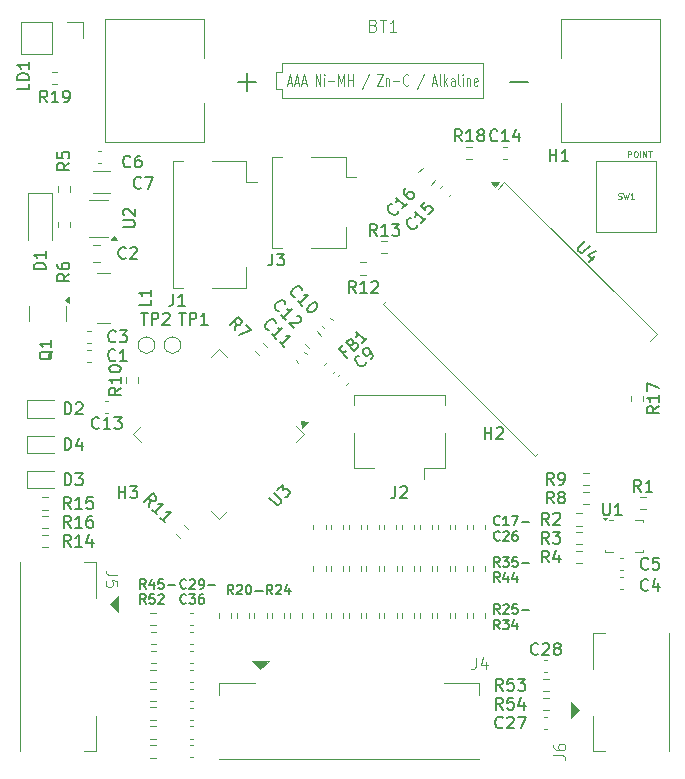
<source format=gbr>
%TF.GenerationSoftware,KiCad,Pcbnew,8.0.6-1.fc40*%
%TF.CreationDate,2025-02-15T22:24:14+01:00*%
%TF.ProjectId,airMouse-mcu,6169724d-6f75-4736-952d-6d63752e6b69,RC1*%
%TF.SameCoordinates,Original*%
%TF.FileFunction,Legend,Top*%
%TF.FilePolarity,Positive*%
%FSLAX46Y46*%
G04 Gerber Fmt 4.6, Leading zero omitted, Abs format (unit mm)*
G04 Created by KiCad (PCBNEW 8.0.6-1.fc40) date 2025-02-15 22:24:14*
%MOMM*%
%LPD*%
G01*
G04 APERTURE LIST*
%ADD10C,0.150000*%
%ADD11C,0.080000*%
%ADD12C,0.100000*%
%ADD13C,0.200000*%
%ADD14C,0.120000*%
G04 APERTURE END LIST*
D10*
X114946303Y-129148748D02*
X114908207Y-129186844D01*
X114908207Y-129186844D02*
X114793922Y-129224939D01*
X114793922Y-129224939D02*
X114717731Y-129224939D01*
X114717731Y-129224939D02*
X114603445Y-129186844D01*
X114603445Y-129186844D02*
X114527255Y-129110653D01*
X114527255Y-129110653D02*
X114489160Y-129034463D01*
X114489160Y-129034463D02*
X114451064Y-128882082D01*
X114451064Y-128882082D02*
X114451064Y-128767796D01*
X114451064Y-128767796D02*
X114489160Y-128615415D01*
X114489160Y-128615415D02*
X114527255Y-128539224D01*
X114527255Y-128539224D02*
X114603445Y-128463034D01*
X114603445Y-128463034D02*
X114717731Y-128424939D01*
X114717731Y-128424939D02*
X114793922Y-128424939D01*
X114793922Y-128424939D02*
X114908207Y-128463034D01*
X114908207Y-128463034D02*
X114946303Y-128501129D01*
X115251064Y-128501129D02*
X115289160Y-128463034D01*
X115289160Y-128463034D02*
X115365350Y-128424939D01*
X115365350Y-128424939D02*
X115555826Y-128424939D01*
X115555826Y-128424939D02*
X115632017Y-128463034D01*
X115632017Y-128463034D02*
X115670112Y-128501129D01*
X115670112Y-128501129D02*
X115708207Y-128577320D01*
X115708207Y-128577320D02*
X115708207Y-128653510D01*
X115708207Y-128653510D02*
X115670112Y-128767796D01*
X115670112Y-128767796D02*
X115212969Y-129224939D01*
X115212969Y-129224939D02*
X115708207Y-129224939D01*
X116089160Y-129224939D02*
X116241541Y-129224939D01*
X116241541Y-129224939D02*
X116317731Y-129186844D01*
X116317731Y-129186844D02*
X116355827Y-129148748D01*
X116355827Y-129148748D02*
X116432017Y-129034463D01*
X116432017Y-129034463D02*
X116470112Y-128882082D01*
X116470112Y-128882082D02*
X116470112Y-128577320D01*
X116470112Y-128577320D02*
X116432017Y-128501129D01*
X116432017Y-128501129D02*
X116393922Y-128463034D01*
X116393922Y-128463034D02*
X116317731Y-128424939D01*
X116317731Y-128424939D02*
X116165350Y-128424939D01*
X116165350Y-128424939D02*
X116089160Y-128463034D01*
X116089160Y-128463034D02*
X116051065Y-128501129D01*
X116051065Y-128501129D02*
X116012969Y-128577320D01*
X116012969Y-128577320D02*
X116012969Y-128767796D01*
X116012969Y-128767796D02*
X116051065Y-128843986D01*
X116051065Y-128843986D02*
X116089160Y-128882082D01*
X116089160Y-128882082D02*
X116165350Y-128920177D01*
X116165350Y-128920177D02*
X116317731Y-128920177D01*
X116317731Y-128920177D02*
X116393922Y-128882082D01*
X116393922Y-128882082D02*
X116432017Y-128843986D01*
X116432017Y-128843986D02*
X116470112Y-128767796D01*
X116812970Y-128920177D02*
X117422494Y-128920177D01*
X114946303Y-130436703D02*
X114908207Y-130474799D01*
X114908207Y-130474799D02*
X114793922Y-130512894D01*
X114793922Y-130512894D02*
X114717731Y-130512894D01*
X114717731Y-130512894D02*
X114603445Y-130474799D01*
X114603445Y-130474799D02*
X114527255Y-130398608D01*
X114527255Y-130398608D02*
X114489160Y-130322418D01*
X114489160Y-130322418D02*
X114451064Y-130170037D01*
X114451064Y-130170037D02*
X114451064Y-130055751D01*
X114451064Y-130055751D02*
X114489160Y-129903370D01*
X114489160Y-129903370D02*
X114527255Y-129827179D01*
X114527255Y-129827179D02*
X114603445Y-129750989D01*
X114603445Y-129750989D02*
X114717731Y-129712894D01*
X114717731Y-129712894D02*
X114793922Y-129712894D01*
X114793922Y-129712894D02*
X114908207Y-129750989D01*
X114908207Y-129750989D02*
X114946303Y-129789084D01*
X115212969Y-129712894D02*
X115708207Y-129712894D01*
X115708207Y-129712894D02*
X115441541Y-130017656D01*
X115441541Y-130017656D02*
X115555826Y-130017656D01*
X115555826Y-130017656D02*
X115632017Y-130055751D01*
X115632017Y-130055751D02*
X115670112Y-130093846D01*
X115670112Y-130093846D02*
X115708207Y-130170037D01*
X115708207Y-130170037D02*
X115708207Y-130360513D01*
X115708207Y-130360513D02*
X115670112Y-130436703D01*
X115670112Y-130436703D02*
X115632017Y-130474799D01*
X115632017Y-130474799D02*
X115555826Y-130512894D01*
X115555826Y-130512894D02*
X115327255Y-130512894D01*
X115327255Y-130512894D02*
X115251064Y-130474799D01*
X115251064Y-130474799D02*
X115212969Y-130436703D01*
X116393922Y-129712894D02*
X116241541Y-129712894D01*
X116241541Y-129712894D02*
X116165350Y-129750989D01*
X116165350Y-129750989D02*
X116127255Y-129789084D01*
X116127255Y-129789084D02*
X116051065Y-129903370D01*
X116051065Y-129903370D02*
X116012969Y-130055751D01*
X116012969Y-130055751D02*
X116012969Y-130360513D01*
X116012969Y-130360513D02*
X116051065Y-130436703D01*
X116051065Y-130436703D02*
X116089160Y-130474799D01*
X116089160Y-130474799D02*
X116165350Y-130512894D01*
X116165350Y-130512894D02*
X116317731Y-130512894D01*
X116317731Y-130512894D02*
X116393922Y-130474799D01*
X116393922Y-130474799D02*
X116432017Y-130436703D01*
X116432017Y-130436703D02*
X116470112Y-130360513D01*
X116470112Y-130360513D02*
X116470112Y-130170037D01*
X116470112Y-130170037D02*
X116432017Y-130093846D01*
X116432017Y-130093846D02*
X116393922Y-130055751D01*
X116393922Y-130055751D02*
X116317731Y-130017656D01*
X116317731Y-130017656D02*
X116165350Y-130017656D01*
X116165350Y-130017656D02*
X116089160Y-130055751D01*
X116089160Y-130055751D02*
X116051065Y-130093846D01*
X116051065Y-130093846D02*
X116012969Y-130170037D01*
X111546303Y-129224939D02*
X111279636Y-128843986D01*
X111089160Y-129224939D02*
X111089160Y-128424939D01*
X111089160Y-128424939D02*
X111393922Y-128424939D01*
X111393922Y-128424939D02*
X111470112Y-128463034D01*
X111470112Y-128463034D02*
X111508207Y-128501129D01*
X111508207Y-128501129D02*
X111546303Y-128577320D01*
X111546303Y-128577320D02*
X111546303Y-128691605D01*
X111546303Y-128691605D02*
X111508207Y-128767796D01*
X111508207Y-128767796D02*
X111470112Y-128805891D01*
X111470112Y-128805891D02*
X111393922Y-128843986D01*
X111393922Y-128843986D02*
X111089160Y-128843986D01*
X112232017Y-128691605D02*
X112232017Y-129224939D01*
X112041541Y-128386844D02*
X111851064Y-128958272D01*
X111851064Y-128958272D02*
X112346303Y-128958272D01*
X113032017Y-128424939D02*
X112651065Y-128424939D01*
X112651065Y-128424939D02*
X112612969Y-128805891D01*
X112612969Y-128805891D02*
X112651065Y-128767796D01*
X112651065Y-128767796D02*
X112727255Y-128729701D01*
X112727255Y-128729701D02*
X112917731Y-128729701D01*
X112917731Y-128729701D02*
X112993922Y-128767796D01*
X112993922Y-128767796D02*
X113032017Y-128805891D01*
X113032017Y-128805891D02*
X113070112Y-128882082D01*
X113070112Y-128882082D02*
X113070112Y-129072558D01*
X113070112Y-129072558D02*
X113032017Y-129148748D01*
X113032017Y-129148748D02*
X112993922Y-129186844D01*
X112993922Y-129186844D02*
X112917731Y-129224939D01*
X112917731Y-129224939D02*
X112727255Y-129224939D01*
X112727255Y-129224939D02*
X112651065Y-129186844D01*
X112651065Y-129186844D02*
X112612969Y-129148748D01*
X113412970Y-128920177D02*
X114022494Y-128920177D01*
X111546303Y-130512894D02*
X111279636Y-130131941D01*
X111089160Y-130512894D02*
X111089160Y-129712894D01*
X111089160Y-129712894D02*
X111393922Y-129712894D01*
X111393922Y-129712894D02*
X111470112Y-129750989D01*
X111470112Y-129750989D02*
X111508207Y-129789084D01*
X111508207Y-129789084D02*
X111546303Y-129865275D01*
X111546303Y-129865275D02*
X111546303Y-129979560D01*
X111546303Y-129979560D02*
X111508207Y-130055751D01*
X111508207Y-130055751D02*
X111470112Y-130093846D01*
X111470112Y-130093846D02*
X111393922Y-130131941D01*
X111393922Y-130131941D02*
X111089160Y-130131941D01*
X112270112Y-129712894D02*
X111889160Y-129712894D01*
X111889160Y-129712894D02*
X111851064Y-130093846D01*
X111851064Y-130093846D02*
X111889160Y-130055751D01*
X111889160Y-130055751D02*
X111965350Y-130017656D01*
X111965350Y-130017656D02*
X112155826Y-130017656D01*
X112155826Y-130017656D02*
X112232017Y-130055751D01*
X112232017Y-130055751D02*
X112270112Y-130093846D01*
X112270112Y-130093846D02*
X112308207Y-130170037D01*
X112308207Y-130170037D02*
X112308207Y-130360513D01*
X112308207Y-130360513D02*
X112270112Y-130436703D01*
X112270112Y-130436703D02*
X112232017Y-130474799D01*
X112232017Y-130474799D02*
X112155826Y-130512894D01*
X112155826Y-130512894D02*
X111965350Y-130512894D01*
X111965350Y-130512894D02*
X111889160Y-130474799D01*
X111889160Y-130474799D02*
X111851064Y-130436703D01*
X112612969Y-129789084D02*
X112651065Y-129750989D01*
X112651065Y-129750989D02*
X112727255Y-129712894D01*
X112727255Y-129712894D02*
X112917731Y-129712894D01*
X112917731Y-129712894D02*
X112993922Y-129750989D01*
X112993922Y-129750989D02*
X113032017Y-129789084D01*
X113032017Y-129789084D02*
X113070112Y-129865275D01*
X113070112Y-129865275D02*
X113070112Y-129941465D01*
X113070112Y-129941465D02*
X113032017Y-130055751D01*
X113032017Y-130055751D02*
X112574874Y-130512894D01*
X112574874Y-130512894D02*
X113070112Y-130512894D01*
X141496303Y-123798748D02*
X141458207Y-123836844D01*
X141458207Y-123836844D02*
X141343922Y-123874939D01*
X141343922Y-123874939D02*
X141267731Y-123874939D01*
X141267731Y-123874939D02*
X141153445Y-123836844D01*
X141153445Y-123836844D02*
X141077255Y-123760653D01*
X141077255Y-123760653D02*
X141039160Y-123684463D01*
X141039160Y-123684463D02*
X141001064Y-123532082D01*
X141001064Y-123532082D02*
X141001064Y-123417796D01*
X141001064Y-123417796D02*
X141039160Y-123265415D01*
X141039160Y-123265415D02*
X141077255Y-123189224D01*
X141077255Y-123189224D02*
X141153445Y-123113034D01*
X141153445Y-123113034D02*
X141267731Y-123074939D01*
X141267731Y-123074939D02*
X141343922Y-123074939D01*
X141343922Y-123074939D02*
X141458207Y-123113034D01*
X141458207Y-123113034D02*
X141496303Y-123151129D01*
X142258207Y-123874939D02*
X141801064Y-123874939D01*
X142029636Y-123874939D02*
X142029636Y-123074939D01*
X142029636Y-123074939D02*
X141953445Y-123189224D01*
X141953445Y-123189224D02*
X141877255Y-123265415D01*
X141877255Y-123265415D02*
X141801064Y-123303510D01*
X142524874Y-123074939D02*
X143058208Y-123074939D01*
X143058208Y-123074939D02*
X142715350Y-123874939D01*
X143362970Y-123570177D02*
X143972494Y-123570177D01*
X141496303Y-125086703D02*
X141458207Y-125124799D01*
X141458207Y-125124799D02*
X141343922Y-125162894D01*
X141343922Y-125162894D02*
X141267731Y-125162894D01*
X141267731Y-125162894D02*
X141153445Y-125124799D01*
X141153445Y-125124799D02*
X141077255Y-125048608D01*
X141077255Y-125048608D02*
X141039160Y-124972418D01*
X141039160Y-124972418D02*
X141001064Y-124820037D01*
X141001064Y-124820037D02*
X141001064Y-124705751D01*
X141001064Y-124705751D02*
X141039160Y-124553370D01*
X141039160Y-124553370D02*
X141077255Y-124477179D01*
X141077255Y-124477179D02*
X141153445Y-124400989D01*
X141153445Y-124400989D02*
X141267731Y-124362894D01*
X141267731Y-124362894D02*
X141343922Y-124362894D01*
X141343922Y-124362894D02*
X141458207Y-124400989D01*
X141458207Y-124400989D02*
X141496303Y-124439084D01*
X141801064Y-124439084D02*
X141839160Y-124400989D01*
X141839160Y-124400989D02*
X141915350Y-124362894D01*
X141915350Y-124362894D02*
X142105826Y-124362894D01*
X142105826Y-124362894D02*
X142182017Y-124400989D01*
X142182017Y-124400989D02*
X142220112Y-124439084D01*
X142220112Y-124439084D02*
X142258207Y-124515275D01*
X142258207Y-124515275D02*
X142258207Y-124591465D01*
X142258207Y-124591465D02*
X142220112Y-124705751D01*
X142220112Y-124705751D02*
X141762969Y-125162894D01*
X141762969Y-125162894D02*
X142258207Y-125162894D01*
X142943922Y-124362894D02*
X142791541Y-124362894D01*
X142791541Y-124362894D02*
X142715350Y-124400989D01*
X142715350Y-124400989D02*
X142677255Y-124439084D01*
X142677255Y-124439084D02*
X142601065Y-124553370D01*
X142601065Y-124553370D02*
X142562969Y-124705751D01*
X142562969Y-124705751D02*
X142562969Y-125010513D01*
X142562969Y-125010513D02*
X142601065Y-125086703D01*
X142601065Y-125086703D02*
X142639160Y-125124799D01*
X142639160Y-125124799D02*
X142715350Y-125162894D01*
X142715350Y-125162894D02*
X142867731Y-125162894D01*
X142867731Y-125162894D02*
X142943922Y-125124799D01*
X142943922Y-125124799D02*
X142982017Y-125086703D01*
X142982017Y-125086703D02*
X143020112Y-125010513D01*
X143020112Y-125010513D02*
X143020112Y-124820037D01*
X143020112Y-124820037D02*
X142982017Y-124743846D01*
X142982017Y-124743846D02*
X142943922Y-124705751D01*
X142943922Y-124705751D02*
X142867731Y-124667656D01*
X142867731Y-124667656D02*
X142715350Y-124667656D01*
X142715350Y-124667656D02*
X142639160Y-124705751D01*
X142639160Y-124705751D02*
X142601065Y-124743846D01*
X142601065Y-124743846D02*
X142562969Y-124820037D01*
X141496303Y-127374939D02*
X141229636Y-126993986D01*
X141039160Y-127374939D02*
X141039160Y-126574939D01*
X141039160Y-126574939D02*
X141343922Y-126574939D01*
X141343922Y-126574939D02*
X141420112Y-126613034D01*
X141420112Y-126613034D02*
X141458207Y-126651129D01*
X141458207Y-126651129D02*
X141496303Y-126727320D01*
X141496303Y-126727320D02*
X141496303Y-126841605D01*
X141496303Y-126841605D02*
X141458207Y-126917796D01*
X141458207Y-126917796D02*
X141420112Y-126955891D01*
X141420112Y-126955891D02*
X141343922Y-126993986D01*
X141343922Y-126993986D02*
X141039160Y-126993986D01*
X141762969Y-126574939D02*
X142258207Y-126574939D01*
X142258207Y-126574939D02*
X141991541Y-126879701D01*
X141991541Y-126879701D02*
X142105826Y-126879701D01*
X142105826Y-126879701D02*
X142182017Y-126917796D01*
X142182017Y-126917796D02*
X142220112Y-126955891D01*
X142220112Y-126955891D02*
X142258207Y-127032082D01*
X142258207Y-127032082D02*
X142258207Y-127222558D01*
X142258207Y-127222558D02*
X142220112Y-127298748D01*
X142220112Y-127298748D02*
X142182017Y-127336844D01*
X142182017Y-127336844D02*
X142105826Y-127374939D01*
X142105826Y-127374939D02*
X141877255Y-127374939D01*
X141877255Y-127374939D02*
X141801064Y-127336844D01*
X141801064Y-127336844D02*
X141762969Y-127298748D01*
X142982017Y-126574939D02*
X142601065Y-126574939D01*
X142601065Y-126574939D02*
X142562969Y-126955891D01*
X142562969Y-126955891D02*
X142601065Y-126917796D01*
X142601065Y-126917796D02*
X142677255Y-126879701D01*
X142677255Y-126879701D02*
X142867731Y-126879701D01*
X142867731Y-126879701D02*
X142943922Y-126917796D01*
X142943922Y-126917796D02*
X142982017Y-126955891D01*
X142982017Y-126955891D02*
X143020112Y-127032082D01*
X143020112Y-127032082D02*
X143020112Y-127222558D01*
X143020112Y-127222558D02*
X142982017Y-127298748D01*
X142982017Y-127298748D02*
X142943922Y-127336844D01*
X142943922Y-127336844D02*
X142867731Y-127374939D01*
X142867731Y-127374939D02*
X142677255Y-127374939D01*
X142677255Y-127374939D02*
X142601065Y-127336844D01*
X142601065Y-127336844D02*
X142562969Y-127298748D01*
X143362970Y-127070177D02*
X143972494Y-127070177D01*
X141496303Y-128662894D02*
X141229636Y-128281941D01*
X141039160Y-128662894D02*
X141039160Y-127862894D01*
X141039160Y-127862894D02*
X141343922Y-127862894D01*
X141343922Y-127862894D02*
X141420112Y-127900989D01*
X141420112Y-127900989D02*
X141458207Y-127939084D01*
X141458207Y-127939084D02*
X141496303Y-128015275D01*
X141496303Y-128015275D02*
X141496303Y-128129560D01*
X141496303Y-128129560D02*
X141458207Y-128205751D01*
X141458207Y-128205751D02*
X141420112Y-128243846D01*
X141420112Y-128243846D02*
X141343922Y-128281941D01*
X141343922Y-128281941D02*
X141039160Y-128281941D01*
X142182017Y-128129560D02*
X142182017Y-128662894D01*
X141991541Y-127824799D02*
X141801064Y-128396227D01*
X141801064Y-128396227D02*
X142296303Y-128396227D01*
X142943922Y-128129560D02*
X142943922Y-128662894D01*
X142753446Y-127824799D02*
X142562969Y-128396227D01*
X142562969Y-128396227D02*
X143058208Y-128396227D01*
X118946303Y-129712894D02*
X118679636Y-129331941D01*
X118489160Y-129712894D02*
X118489160Y-128912894D01*
X118489160Y-128912894D02*
X118793922Y-128912894D01*
X118793922Y-128912894D02*
X118870112Y-128950989D01*
X118870112Y-128950989D02*
X118908207Y-128989084D01*
X118908207Y-128989084D02*
X118946303Y-129065275D01*
X118946303Y-129065275D02*
X118946303Y-129179560D01*
X118946303Y-129179560D02*
X118908207Y-129255751D01*
X118908207Y-129255751D02*
X118870112Y-129293846D01*
X118870112Y-129293846D02*
X118793922Y-129331941D01*
X118793922Y-129331941D02*
X118489160Y-129331941D01*
X119251064Y-128989084D02*
X119289160Y-128950989D01*
X119289160Y-128950989D02*
X119365350Y-128912894D01*
X119365350Y-128912894D02*
X119555826Y-128912894D01*
X119555826Y-128912894D02*
X119632017Y-128950989D01*
X119632017Y-128950989D02*
X119670112Y-128989084D01*
X119670112Y-128989084D02*
X119708207Y-129065275D01*
X119708207Y-129065275D02*
X119708207Y-129141465D01*
X119708207Y-129141465D02*
X119670112Y-129255751D01*
X119670112Y-129255751D02*
X119212969Y-129712894D01*
X119212969Y-129712894D02*
X119708207Y-129712894D01*
X120203446Y-128912894D02*
X120279636Y-128912894D01*
X120279636Y-128912894D02*
X120355827Y-128950989D01*
X120355827Y-128950989D02*
X120393922Y-128989084D01*
X120393922Y-128989084D02*
X120432017Y-129065275D01*
X120432017Y-129065275D02*
X120470112Y-129217656D01*
X120470112Y-129217656D02*
X120470112Y-129408132D01*
X120470112Y-129408132D02*
X120432017Y-129560513D01*
X120432017Y-129560513D02*
X120393922Y-129636703D01*
X120393922Y-129636703D02*
X120355827Y-129674799D01*
X120355827Y-129674799D02*
X120279636Y-129712894D01*
X120279636Y-129712894D02*
X120203446Y-129712894D01*
X120203446Y-129712894D02*
X120127255Y-129674799D01*
X120127255Y-129674799D02*
X120089160Y-129636703D01*
X120089160Y-129636703D02*
X120051065Y-129560513D01*
X120051065Y-129560513D02*
X120012969Y-129408132D01*
X120012969Y-129408132D02*
X120012969Y-129217656D01*
X120012969Y-129217656D02*
X120051065Y-129065275D01*
X120051065Y-129065275D02*
X120089160Y-128989084D01*
X120089160Y-128989084D02*
X120127255Y-128950989D01*
X120127255Y-128950989D02*
X120203446Y-128912894D01*
X120812970Y-129408132D02*
X121422494Y-129408132D01*
X122260589Y-129712894D02*
X121993922Y-129331941D01*
X121803446Y-129712894D02*
X121803446Y-128912894D01*
X121803446Y-128912894D02*
X122108208Y-128912894D01*
X122108208Y-128912894D02*
X122184398Y-128950989D01*
X122184398Y-128950989D02*
X122222493Y-128989084D01*
X122222493Y-128989084D02*
X122260589Y-129065275D01*
X122260589Y-129065275D02*
X122260589Y-129179560D01*
X122260589Y-129179560D02*
X122222493Y-129255751D01*
X122222493Y-129255751D02*
X122184398Y-129293846D01*
X122184398Y-129293846D02*
X122108208Y-129331941D01*
X122108208Y-129331941D02*
X121803446Y-129331941D01*
X122565350Y-128989084D02*
X122603446Y-128950989D01*
X122603446Y-128950989D02*
X122679636Y-128912894D01*
X122679636Y-128912894D02*
X122870112Y-128912894D01*
X122870112Y-128912894D02*
X122946303Y-128950989D01*
X122946303Y-128950989D02*
X122984398Y-128989084D01*
X122984398Y-128989084D02*
X123022493Y-129065275D01*
X123022493Y-129065275D02*
X123022493Y-129141465D01*
X123022493Y-129141465D02*
X122984398Y-129255751D01*
X122984398Y-129255751D02*
X122527255Y-129712894D01*
X122527255Y-129712894D02*
X123022493Y-129712894D01*
X123708208Y-129179560D02*
X123708208Y-129712894D01*
X123517732Y-128874799D02*
X123327255Y-129446227D01*
X123327255Y-129446227D02*
X123822494Y-129446227D01*
X141496303Y-131374939D02*
X141229636Y-130993986D01*
X141039160Y-131374939D02*
X141039160Y-130574939D01*
X141039160Y-130574939D02*
X141343922Y-130574939D01*
X141343922Y-130574939D02*
X141420112Y-130613034D01*
X141420112Y-130613034D02*
X141458207Y-130651129D01*
X141458207Y-130651129D02*
X141496303Y-130727320D01*
X141496303Y-130727320D02*
X141496303Y-130841605D01*
X141496303Y-130841605D02*
X141458207Y-130917796D01*
X141458207Y-130917796D02*
X141420112Y-130955891D01*
X141420112Y-130955891D02*
X141343922Y-130993986D01*
X141343922Y-130993986D02*
X141039160Y-130993986D01*
X141801064Y-130651129D02*
X141839160Y-130613034D01*
X141839160Y-130613034D02*
X141915350Y-130574939D01*
X141915350Y-130574939D02*
X142105826Y-130574939D01*
X142105826Y-130574939D02*
X142182017Y-130613034D01*
X142182017Y-130613034D02*
X142220112Y-130651129D01*
X142220112Y-130651129D02*
X142258207Y-130727320D01*
X142258207Y-130727320D02*
X142258207Y-130803510D01*
X142258207Y-130803510D02*
X142220112Y-130917796D01*
X142220112Y-130917796D02*
X141762969Y-131374939D01*
X141762969Y-131374939D02*
X142258207Y-131374939D01*
X142982017Y-130574939D02*
X142601065Y-130574939D01*
X142601065Y-130574939D02*
X142562969Y-130955891D01*
X142562969Y-130955891D02*
X142601065Y-130917796D01*
X142601065Y-130917796D02*
X142677255Y-130879701D01*
X142677255Y-130879701D02*
X142867731Y-130879701D01*
X142867731Y-130879701D02*
X142943922Y-130917796D01*
X142943922Y-130917796D02*
X142982017Y-130955891D01*
X142982017Y-130955891D02*
X143020112Y-131032082D01*
X143020112Y-131032082D02*
X143020112Y-131222558D01*
X143020112Y-131222558D02*
X142982017Y-131298748D01*
X142982017Y-131298748D02*
X142943922Y-131336844D01*
X142943922Y-131336844D02*
X142867731Y-131374939D01*
X142867731Y-131374939D02*
X142677255Y-131374939D01*
X142677255Y-131374939D02*
X142601065Y-131336844D01*
X142601065Y-131336844D02*
X142562969Y-131298748D01*
X143362970Y-131070177D02*
X143972494Y-131070177D01*
X141496303Y-132662894D02*
X141229636Y-132281941D01*
X141039160Y-132662894D02*
X141039160Y-131862894D01*
X141039160Y-131862894D02*
X141343922Y-131862894D01*
X141343922Y-131862894D02*
X141420112Y-131900989D01*
X141420112Y-131900989D02*
X141458207Y-131939084D01*
X141458207Y-131939084D02*
X141496303Y-132015275D01*
X141496303Y-132015275D02*
X141496303Y-132129560D01*
X141496303Y-132129560D02*
X141458207Y-132205751D01*
X141458207Y-132205751D02*
X141420112Y-132243846D01*
X141420112Y-132243846D02*
X141343922Y-132281941D01*
X141343922Y-132281941D02*
X141039160Y-132281941D01*
X141762969Y-131862894D02*
X142258207Y-131862894D01*
X142258207Y-131862894D02*
X141991541Y-132167656D01*
X141991541Y-132167656D02*
X142105826Y-132167656D01*
X142105826Y-132167656D02*
X142182017Y-132205751D01*
X142182017Y-132205751D02*
X142220112Y-132243846D01*
X142220112Y-132243846D02*
X142258207Y-132320037D01*
X142258207Y-132320037D02*
X142258207Y-132510513D01*
X142258207Y-132510513D02*
X142220112Y-132586703D01*
X142220112Y-132586703D02*
X142182017Y-132624799D01*
X142182017Y-132624799D02*
X142105826Y-132662894D01*
X142105826Y-132662894D02*
X141877255Y-132662894D01*
X141877255Y-132662894D02*
X141801064Y-132624799D01*
X141801064Y-132624799D02*
X141762969Y-132586703D01*
X142943922Y-132129560D02*
X142943922Y-132662894D01*
X142753446Y-131824799D02*
X142562969Y-132396227D01*
X142562969Y-132396227D02*
X143058208Y-132396227D01*
X109238095Y-121554819D02*
X109238095Y-120554819D01*
X109238095Y-121031009D02*
X109809523Y-121031009D01*
X109809523Y-121554819D02*
X109809523Y-120554819D01*
X110190476Y-120554819D02*
X110809523Y-120554819D01*
X110809523Y-120554819D02*
X110476190Y-120935771D01*
X110476190Y-120935771D02*
X110619047Y-120935771D01*
X110619047Y-120935771D02*
X110714285Y-120983390D01*
X110714285Y-120983390D02*
X110761904Y-121031009D01*
X110761904Y-121031009D02*
X110809523Y-121126247D01*
X110809523Y-121126247D02*
X110809523Y-121364342D01*
X110809523Y-121364342D02*
X110761904Y-121459580D01*
X110761904Y-121459580D02*
X110714285Y-121507200D01*
X110714285Y-121507200D02*
X110619047Y-121554819D01*
X110619047Y-121554819D02*
X110333333Y-121554819D01*
X110333333Y-121554819D02*
X110238095Y-121507200D01*
X110238095Y-121507200D02*
X110190476Y-121459580D01*
X140238095Y-116554819D02*
X140238095Y-115554819D01*
X140238095Y-116031009D02*
X140809523Y-116031009D01*
X140809523Y-116554819D02*
X140809523Y-115554819D01*
X141238095Y-115650057D02*
X141285714Y-115602438D01*
X141285714Y-115602438D02*
X141380952Y-115554819D01*
X141380952Y-115554819D02*
X141619047Y-115554819D01*
X141619047Y-115554819D02*
X141714285Y-115602438D01*
X141714285Y-115602438D02*
X141761904Y-115650057D01*
X141761904Y-115650057D02*
X141809523Y-115745295D01*
X141809523Y-115745295D02*
X141809523Y-115840533D01*
X141809523Y-115840533D02*
X141761904Y-115983390D01*
X141761904Y-115983390D02*
X141190476Y-116554819D01*
X141190476Y-116554819D02*
X141809523Y-116554819D01*
X145738095Y-93052098D02*
X145738095Y-92052098D01*
X145738095Y-92528288D02*
X146309523Y-92528288D01*
X146309523Y-93052098D02*
X146309523Y-92052098D01*
X147309523Y-93052098D02*
X146738095Y-93052098D01*
X147023809Y-93052098D02*
X147023809Y-92052098D01*
X147023809Y-92052098D02*
X146928571Y-92194955D01*
X146928571Y-92194955D02*
X146833333Y-92290193D01*
X146833333Y-92290193D02*
X146738095Y-92337812D01*
X105054819Y-102585265D02*
X104578628Y-102918598D01*
X105054819Y-103156693D02*
X104054819Y-103156693D01*
X104054819Y-103156693D02*
X104054819Y-102775741D01*
X104054819Y-102775741D02*
X104102438Y-102680503D01*
X104102438Y-102680503D02*
X104150057Y-102632884D01*
X104150057Y-102632884D02*
X104245295Y-102585265D01*
X104245295Y-102585265D02*
X104388152Y-102585265D01*
X104388152Y-102585265D02*
X104483390Y-102632884D01*
X104483390Y-102632884D02*
X104531009Y-102680503D01*
X104531009Y-102680503D02*
X104578628Y-102775741D01*
X104578628Y-102775741D02*
X104578628Y-103156693D01*
X104054819Y-101728122D02*
X104054819Y-101918598D01*
X104054819Y-101918598D02*
X104102438Y-102013836D01*
X104102438Y-102013836D02*
X104150057Y-102061455D01*
X104150057Y-102061455D02*
X104292914Y-102156693D01*
X104292914Y-102156693D02*
X104483390Y-102204312D01*
X104483390Y-102204312D02*
X104864342Y-102204312D01*
X104864342Y-102204312D02*
X104959580Y-102156693D01*
X104959580Y-102156693D02*
X105007200Y-102109074D01*
X105007200Y-102109074D02*
X105054819Y-102013836D01*
X105054819Y-102013836D02*
X105054819Y-101823360D01*
X105054819Y-101823360D02*
X105007200Y-101728122D01*
X105007200Y-101728122D02*
X104959580Y-101680503D01*
X104959580Y-101680503D02*
X104864342Y-101632884D01*
X104864342Y-101632884D02*
X104626247Y-101632884D01*
X104626247Y-101632884D02*
X104531009Y-101680503D01*
X104531009Y-101680503D02*
X104483390Y-101728122D01*
X104483390Y-101728122D02*
X104435771Y-101823360D01*
X104435771Y-101823360D02*
X104435771Y-102013836D01*
X104435771Y-102013836D02*
X104483390Y-102109074D01*
X104483390Y-102109074D02*
X104531009Y-102156693D01*
X104531009Y-102156693D02*
X104626247Y-102204312D01*
X105054819Y-93185265D02*
X104578628Y-93518598D01*
X105054819Y-93756693D02*
X104054819Y-93756693D01*
X104054819Y-93756693D02*
X104054819Y-93375741D01*
X104054819Y-93375741D02*
X104102438Y-93280503D01*
X104102438Y-93280503D02*
X104150057Y-93232884D01*
X104150057Y-93232884D02*
X104245295Y-93185265D01*
X104245295Y-93185265D02*
X104388152Y-93185265D01*
X104388152Y-93185265D02*
X104483390Y-93232884D01*
X104483390Y-93232884D02*
X104531009Y-93280503D01*
X104531009Y-93280503D02*
X104578628Y-93375741D01*
X104578628Y-93375741D02*
X104578628Y-93756693D01*
X104054819Y-92280503D02*
X104054819Y-92756693D01*
X104054819Y-92756693D02*
X104531009Y-92804312D01*
X104531009Y-92804312D02*
X104483390Y-92756693D01*
X104483390Y-92756693D02*
X104435771Y-92661455D01*
X104435771Y-92661455D02*
X104435771Y-92423360D01*
X104435771Y-92423360D02*
X104483390Y-92328122D01*
X104483390Y-92328122D02*
X104531009Y-92280503D01*
X104531009Y-92280503D02*
X104626247Y-92232884D01*
X104626247Y-92232884D02*
X104864342Y-92232884D01*
X104864342Y-92232884D02*
X104959580Y-92280503D01*
X104959580Y-92280503D02*
X105007200Y-92328122D01*
X105007200Y-92328122D02*
X105054819Y-92423360D01*
X105054819Y-92423360D02*
X105054819Y-92661455D01*
X105054819Y-92661455D02*
X105007200Y-92756693D01*
X105007200Y-92756693D02*
X104959580Y-92804312D01*
X111133333Y-95278179D02*
X111085714Y-95325799D01*
X111085714Y-95325799D02*
X110942857Y-95373418D01*
X110942857Y-95373418D02*
X110847619Y-95373418D01*
X110847619Y-95373418D02*
X110704762Y-95325799D01*
X110704762Y-95325799D02*
X110609524Y-95230560D01*
X110609524Y-95230560D02*
X110561905Y-95135322D01*
X110561905Y-95135322D02*
X110514286Y-94944846D01*
X110514286Y-94944846D02*
X110514286Y-94801989D01*
X110514286Y-94801989D02*
X110561905Y-94611513D01*
X110561905Y-94611513D02*
X110609524Y-94516275D01*
X110609524Y-94516275D02*
X110704762Y-94421037D01*
X110704762Y-94421037D02*
X110847619Y-94373418D01*
X110847619Y-94373418D02*
X110942857Y-94373418D01*
X110942857Y-94373418D02*
X111085714Y-94421037D01*
X111085714Y-94421037D02*
X111133333Y-94468656D01*
X111466667Y-94373418D02*
X112133333Y-94373418D01*
X112133333Y-94373418D02*
X111704762Y-95373418D01*
X109617319Y-98630503D02*
X110426842Y-98630503D01*
X110426842Y-98630503D02*
X110522080Y-98582884D01*
X110522080Y-98582884D02*
X110569700Y-98535265D01*
X110569700Y-98535265D02*
X110617319Y-98440027D01*
X110617319Y-98440027D02*
X110617319Y-98249551D01*
X110617319Y-98249551D02*
X110569700Y-98154313D01*
X110569700Y-98154313D02*
X110522080Y-98106694D01*
X110522080Y-98106694D02*
X110426842Y-98059075D01*
X110426842Y-98059075D02*
X109617319Y-98059075D01*
X109712557Y-97630503D02*
X109664938Y-97582884D01*
X109664938Y-97582884D02*
X109617319Y-97487646D01*
X109617319Y-97487646D02*
X109617319Y-97249551D01*
X109617319Y-97249551D02*
X109664938Y-97154313D01*
X109664938Y-97154313D02*
X109712557Y-97106694D01*
X109712557Y-97106694D02*
X109807795Y-97059075D01*
X109807795Y-97059075D02*
X109903033Y-97059075D01*
X109903033Y-97059075D02*
X110045890Y-97106694D01*
X110045890Y-97106694D02*
X110617319Y-97678122D01*
X110617319Y-97678122D02*
X110617319Y-97059075D01*
X111954819Y-104785265D02*
X111954819Y-105261455D01*
X111954819Y-105261455D02*
X110954819Y-105261455D01*
X111954819Y-103928122D02*
X111954819Y-104499550D01*
X111954819Y-104213836D02*
X110954819Y-104213836D01*
X110954819Y-104213836D02*
X111097676Y-104309074D01*
X111097676Y-104309074D02*
X111192914Y-104404312D01*
X111192914Y-104404312D02*
X111240533Y-104499550D01*
X132929018Y-97246094D02*
X132929018Y-97313438D01*
X132929018Y-97313438D02*
X132861674Y-97448125D01*
X132861674Y-97448125D02*
X132794331Y-97515468D01*
X132794331Y-97515468D02*
X132659644Y-97582812D01*
X132659644Y-97582812D02*
X132524957Y-97582812D01*
X132524957Y-97582812D02*
X132423942Y-97549140D01*
X132423942Y-97549140D02*
X132255583Y-97448125D01*
X132255583Y-97448125D02*
X132154568Y-97347110D01*
X132154568Y-97347110D02*
X132053552Y-97178751D01*
X132053552Y-97178751D02*
X132019881Y-97077736D01*
X132019881Y-97077736D02*
X132019881Y-96943049D01*
X132019881Y-96943049D02*
X132087224Y-96808362D01*
X132087224Y-96808362D02*
X132154568Y-96741018D01*
X132154568Y-96741018D02*
X132289255Y-96673675D01*
X132289255Y-96673675D02*
X132356598Y-96673675D01*
X133669796Y-96640003D02*
X133265735Y-97044064D01*
X133467766Y-96842033D02*
X132760659Y-96134927D01*
X132760659Y-96134927D02*
X132794331Y-96303285D01*
X132794331Y-96303285D02*
X132794331Y-96437972D01*
X132794331Y-96437972D02*
X132760659Y-96538988D01*
X133568781Y-95326804D02*
X133434094Y-95461491D01*
X133434094Y-95461491D02*
X133400423Y-95562507D01*
X133400423Y-95562507D02*
X133400423Y-95629850D01*
X133400423Y-95629850D02*
X133434094Y-95798209D01*
X133434094Y-95798209D02*
X133535110Y-95966568D01*
X133535110Y-95966568D02*
X133804484Y-96235942D01*
X133804484Y-96235942D02*
X133905499Y-96269613D01*
X133905499Y-96269613D02*
X133972842Y-96269613D01*
X133972842Y-96269613D02*
X134073858Y-96235942D01*
X134073858Y-96235942D02*
X134208545Y-96101255D01*
X134208545Y-96101255D02*
X134242216Y-96000239D01*
X134242216Y-96000239D02*
X134242216Y-95932896D01*
X134242216Y-95932896D02*
X134208545Y-95831881D01*
X134208545Y-95831881D02*
X134040186Y-95663522D01*
X134040186Y-95663522D02*
X133939171Y-95629850D01*
X133939171Y-95629850D02*
X133871827Y-95629850D01*
X133871827Y-95629850D02*
X133770812Y-95663522D01*
X133770812Y-95663522D02*
X133636125Y-95798209D01*
X133636125Y-95798209D02*
X133602453Y-95899224D01*
X133602453Y-95899224D02*
X133602453Y-95966568D01*
X133602453Y-95966568D02*
X133636125Y-96067583D01*
X134529018Y-98446094D02*
X134529018Y-98513438D01*
X134529018Y-98513438D02*
X134461674Y-98648125D01*
X134461674Y-98648125D02*
X134394331Y-98715468D01*
X134394331Y-98715468D02*
X134259644Y-98782812D01*
X134259644Y-98782812D02*
X134124957Y-98782812D01*
X134124957Y-98782812D02*
X134023942Y-98749140D01*
X134023942Y-98749140D02*
X133855583Y-98648125D01*
X133855583Y-98648125D02*
X133754568Y-98547110D01*
X133754568Y-98547110D02*
X133653552Y-98378751D01*
X133653552Y-98378751D02*
X133619881Y-98277736D01*
X133619881Y-98277736D02*
X133619881Y-98143049D01*
X133619881Y-98143049D02*
X133687224Y-98008362D01*
X133687224Y-98008362D02*
X133754568Y-97941018D01*
X133754568Y-97941018D02*
X133889255Y-97873675D01*
X133889255Y-97873675D02*
X133956598Y-97873675D01*
X135269796Y-97840003D02*
X134865735Y-98244064D01*
X135067766Y-98042033D02*
X134360659Y-97334927D01*
X134360659Y-97334927D02*
X134394331Y-97503285D01*
X134394331Y-97503285D02*
X134394331Y-97637972D01*
X134394331Y-97637972D02*
X134360659Y-97738988D01*
X135202453Y-96493133D02*
X134865735Y-96829850D01*
X134865735Y-96829850D02*
X135168781Y-97200239D01*
X135168781Y-97200239D02*
X135168781Y-97132896D01*
X135168781Y-97132896D02*
X135202453Y-97031881D01*
X135202453Y-97031881D02*
X135370812Y-96863522D01*
X135370812Y-96863522D02*
X135471827Y-96829850D01*
X135471827Y-96829850D02*
X135539171Y-96829850D01*
X135539171Y-96829850D02*
X135640186Y-96863522D01*
X135640186Y-96863522D02*
X135808545Y-97031881D01*
X135808545Y-97031881D02*
X135842216Y-97132896D01*
X135842216Y-97132896D02*
X135842216Y-97200239D01*
X135842216Y-97200239D02*
X135808545Y-97301255D01*
X135808545Y-97301255D02*
X135640186Y-97469613D01*
X135640186Y-97469613D02*
X135539171Y-97503285D01*
X135539171Y-97503285D02*
X135471827Y-97503285D01*
X122794455Y-105747240D02*
X122727111Y-105747240D01*
X122727111Y-105747240D02*
X122592424Y-105679896D01*
X122592424Y-105679896D02*
X122525081Y-105612553D01*
X122525081Y-105612553D02*
X122457737Y-105477866D01*
X122457737Y-105477866D02*
X122457737Y-105343179D01*
X122457737Y-105343179D02*
X122491409Y-105242164D01*
X122491409Y-105242164D02*
X122592424Y-105073805D01*
X122592424Y-105073805D02*
X122693439Y-104972790D01*
X122693439Y-104972790D02*
X122861798Y-104871774D01*
X122861798Y-104871774D02*
X122962813Y-104838103D01*
X122962813Y-104838103D02*
X123097500Y-104838103D01*
X123097500Y-104838103D02*
X123232187Y-104905446D01*
X123232187Y-104905446D02*
X123299531Y-104972790D01*
X123299531Y-104972790D02*
X123366874Y-105107477D01*
X123366874Y-105107477D02*
X123366874Y-105174820D01*
X123400546Y-106488018D02*
X122996485Y-106083957D01*
X123198516Y-106285988D02*
X123905622Y-105578881D01*
X123905622Y-105578881D02*
X123737264Y-105612553D01*
X123737264Y-105612553D02*
X123602577Y-105612553D01*
X123602577Y-105612553D02*
X123501561Y-105578881D01*
X124309684Y-106117629D02*
X124377027Y-106117629D01*
X124377027Y-106117629D02*
X124478042Y-106151301D01*
X124478042Y-106151301D02*
X124646401Y-106319660D01*
X124646401Y-106319660D02*
X124680073Y-106420675D01*
X124680073Y-106420675D02*
X124680073Y-106488019D01*
X124680073Y-106488019D02*
X124646401Y-106589034D01*
X124646401Y-106589034D02*
X124579058Y-106656377D01*
X124579058Y-106656377D02*
X124444371Y-106723721D01*
X124444371Y-106723721D02*
X123636249Y-106723721D01*
X123636249Y-106723721D02*
X124073981Y-107161454D01*
X121994455Y-107347240D02*
X121927111Y-107347240D01*
X121927111Y-107347240D02*
X121792424Y-107279896D01*
X121792424Y-107279896D02*
X121725081Y-107212553D01*
X121725081Y-107212553D02*
X121657737Y-107077866D01*
X121657737Y-107077866D02*
X121657737Y-106943179D01*
X121657737Y-106943179D02*
X121691409Y-106842164D01*
X121691409Y-106842164D02*
X121792424Y-106673805D01*
X121792424Y-106673805D02*
X121893439Y-106572790D01*
X121893439Y-106572790D02*
X122061798Y-106471774D01*
X122061798Y-106471774D02*
X122162813Y-106438103D01*
X122162813Y-106438103D02*
X122297500Y-106438103D01*
X122297500Y-106438103D02*
X122432187Y-106505446D01*
X122432187Y-106505446D02*
X122499531Y-106572790D01*
X122499531Y-106572790D02*
X122566874Y-106707477D01*
X122566874Y-106707477D02*
X122566874Y-106774820D01*
X122600546Y-108088018D02*
X122196485Y-107683957D01*
X122398516Y-107885988D02*
X123105622Y-107178881D01*
X123105622Y-107178881D02*
X122937264Y-107212553D01*
X122937264Y-107212553D02*
X122802577Y-107212553D01*
X122802577Y-107212553D02*
X122701561Y-107178881D01*
X123273981Y-108761454D02*
X122869920Y-108357393D01*
X123071951Y-108559423D02*
X123779058Y-107852316D01*
X123779058Y-107852316D02*
X123610699Y-107885988D01*
X123610699Y-107885988D02*
X123476012Y-107885988D01*
X123476012Y-107885988D02*
X123374997Y-107852316D01*
X110233333Y-93478179D02*
X110185714Y-93525799D01*
X110185714Y-93525799D02*
X110042857Y-93573418D01*
X110042857Y-93573418D02*
X109947619Y-93573418D01*
X109947619Y-93573418D02*
X109804762Y-93525799D01*
X109804762Y-93525799D02*
X109709524Y-93430560D01*
X109709524Y-93430560D02*
X109661905Y-93335322D01*
X109661905Y-93335322D02*
X109614286Y-93144846D01*
X109614286Y-93144846D02*
X109614286Y-93001989D01*
X109614286Y-93001989D02*
X109661905Y-92811513D01*
X109661905Y-92811513D02*
X109709524Y-92716275D01*
X109709524Y-92716275D02*
X109804762Y-92621037D01*
X109804762Y-92621037D02*
X109947619Y-92573418D01*
X109947619Y-92573418D02*
X110042857Y-92573418D01*
X110042857Y-92573418D02*
X110185714Y-92621037D01*
X110185714Y-92621037D02*
X110233333Y-92668656D01*
X111090476Y-92573418D02*
X110900000Y-92573418D01*
X110900000Y-92573418D02*
X110804762Y-92621037D01*
X110804762Y-92621037D02*
X110757143Y-92668656D01*
X110757143Y-92668656D02*
X110661905Y-92811513D01*
X110661905Y-92811513D02*
X110614286Y-93001989D01*
X110614286Y-93001989D02*
X110614286Y-93382941D01*
X110614286Y-93382941D02*
X110661905Y-93478179D01*
X110661905Y-93478179D02*
X110709524Y-93525799D01*
X110709524Y-93525799D02*
X110804762Y-93573418D01*
X110804762Y-93573418D02*
X110995238Y-93573418D01*
X110995238Y-93573418D02*
X111090476Y-93525799D01*
X111090476Y-93525799D02*
X111138095Y-93478179D01*
X111138095Y-93478179D02*
X111185714Y-93382941D01*
X111185714Y-93382941D02*
X111185714Y-93144846D01*
X111185714Y-93144846D02*
X111138095Y-93049608D01*
X111138095Y-93049608D02*
X111090476Y-93001989D01*
X111090476Y-93001989D02*
X110995238Y-92954370D01*
X110995238Y-92954370D02*
X110804762Y-92954370D01*
X110804762Y-92954370D02*
X110709524Y-93001989D01*
X110709524Y-93001989D02*
X110661905Y-93049608D01*
X110661905Y-93049608D02*
X110614286Y-93144846D01*
X154070833Y-129328179D02*
X154023214Y-129375799D01*
X154023214Y-129375799D02*
X153880357Y-129423418D01*
X153880357Y-129423418D02*
X153785119Y-129423418D01*
X153785119Y-129423418D02*
X153642262Y-129375799D01*
X153642262Y-129375799D02*
X153547024Y-129280560D01*
X153547024Y-129280560D02*
X153499405Y-129185322D01*
X153499405Y-129185322D02*
X153451786Y-128994846D01*
X153451786Y-128994846D02*
X153451786Y-128851989D01*
X153451786Y-128851989D02*
X153499405Y-128661513D01*
X153499405Y-128661513D02*
X153547024Y-128566275D01*
X153547024Y-128566275D02*
X153642262Y-128471037D01*
X153642262Y-128471037D02*
X153785119Y-128423418D01*
X153785119Y-128423418D02*
X153880357Y-128423418D01*
X153880357Y-128423418D02*
X154023214Y-128471037D01*
X154023214Y-128471037D02*
X154070833Y-128518656D01*
X154927976Y-128756751D02*
X154927976Y-129423418D01*
X154689881Y-128375799D02*
X154451786Y-129090084D01*
X154451786Y-129090084D02*
X155070833Y-129090084D01*
X109845833Y-101228179D02*
X109798214Y-101275799D01*
X109798214Y-101275799D02*
X109655357Y-101323418D01*
X109655357Y-101323418D02*
X109560119Y-101323418D01*
X109560119Y-101323418D02*
X109417262Y-101275799D01*
X109417262Y-101275799D02*
X109322024Y-101180560D01*
X109322024Y-101180560D02*
X109274405Y-101085322D01*
X109274405Y-101085322D02*
X109226786Y-100894846D01*
X109226786Y-100894846D02*
X109226786Y-100751989D01*
X109226786Y-100751989D02*
X109274405Y-100561513D01*
X109274405Y-100561513D02*
X109322024Y-100466275D01*
X109322024Y-100466275D02*
X109417262Y-100371037D01*
X109417262Y-100371037D02*
X109560119Y-100323418D01*
X109560119Y-100323418D02*
X109655357Y-100323418D01*
X109655357Y-100323418D02*
X109798214Y-100371037D01*
X109798214Y-100371037D02*
X109845833Y-100418656D01*
X110226786Y-100418656D02*
X110274405Y-100371037D01*
X110274405Y-100371037D02*
X110369643Y-100323418D01*
X110369643Y-100323418D02*
X110607738Y-100323418D01*
X110607738Y-100323418D02*
X110702976Y-100371037D01*
X110702976Y-100371037D02*
X110750595Y-100418656D01*
X110750595Y-100418656D02*
X110798214Y-100513894D01*
X110798214Y-100513894D02*
X110798214Y-100609132D01*
X110798214Y-100609132D02*
X110750595Y-100751989D01*
X110750595Y-100751989D02*
X110179167Y-101323418D01*
X110179167Y-101323418D02*
X110798214Y-101323418D01*
X141757142Y-139473418D02*
X141423809Y-138997227D01*
X141185714Y-139473418D02*
X141185714Y-138473418D01*
X141185714Y-138473418D02*
X141566666Y-138473418D01*
X141566666Y-138473418D02*
X141661904Y-138521037D01*
X141661904Y-138521037D02*
X141709523Y-138568656D01*
X141709523Y-138568656D02*
X141757142Y-138663894D01*
X141757142Y-138663894D02*
X141757142Y-138806751D01*
X141757142Y-138806751D02*
X141709523Y-138901989D01*
X141709523Y-138901989D02*
X141661904Y-138949608D01*
X141661904Y-138949608D02*
X141566666Y-138997227D01*
X141566666Y-138997227D02*
X141185714Y-138997227D01*
X142661904Y-138473418D02*
X142185714Y-138473418D01*
X142185714Y-138473418D02*
X142138095Y-138949608D01*
X142138095Y-138949608D02*
X142185714Y-138901989D01*
X142185714Y-138901989D02*
X142280952Y-138854370D01*
X142280952Y-138854370D02*
X142519047Y-138854370D01*
X142519047Y-138854370D02*
X142614285Y-138901989D01*
X142614285Y-138901989D02*
X142661904Y-138949608D01*
X142661904Y-138949608D02*
X142709523Y-139044846D01*
X142709523Y-139044846D02*
X142709523Y-139282941D01*
X142709523Y-139282941D02*
X142661904Y-139378179D01*
X142661904Y-139378179D02*
X142614285Y-139425799D01*
X142614285Y-139425799D02*
X142519047Y-139473418D01*
X142519047Y-139473418D02*
X142280952Y-139473418D01*
X142280952Y-139473418D02*
X142185714Y-139425799D01*
X142185714Y-139425799D02*
X142138095Y-139378179D01*
X143566666Y-138806751D02*
X143566666Y-139473418D01*
X143328571Y-138425799D02*
X143090476Y-139140084D01*
X143090476Y-139140084D02*
X143709523Y-139140084D01*
X141757142Y-137873418D02*
X141423809Y-137397227D01*
X141185714Y-137873418D02*
X141185714Y-136873418D01*
X141185714Y-136873418D02*
X141566666Y-136873418D01*
X141566666Y-136873418D02*
X141661904Y-136921037D01*
X141661904Y-136921037D02*
X141709523Y-136968656D01*
X141709523Y-136968656D02*
X141757142Y-137063894D01*
X141757142Y-137063894D02*
X141757142Y-137206751D01*
X141757142Y-137206751D02*
X141709523Y-137301989D01*
X141709523Y-137301989D02*
X141661904Y-137349608D01*
X141661904Y-137349608D02*
X141566666Y-137397227D01*
X141566666Y-137397227D02*
X141185714Y-137397227D01*
X142661904Y-136873418D02*
X142185714Y-136873418D01*
X142185714Y-136873418D02*
X142138095Y-137349608D01*
X142138095Y-137349608D02*
X142185714Y-137301989D01*
X142185714Y-137301989D02*
X142280952Y-137254370D01*
X142280952Y-137254370D02*
X142519047Y-137254370D01*
X142519047Y-137254370D02*
X142614285Y-137301989D01*
X142614285Y-137301989D02*
X142661904Y-137349608D01*
X142661904Y-137349608D02*
X142709523Y-137444846D01*
X142709523Y-137444846D02*
X142709523Y-137682941D01*
X142709523Y-137682941D02*
X142661904Y-137778179D01*
X142661904Y-137778179D02*
X142614285Y-137825799D01*
X142614285Y-137825799D02*
X142519047Y-137873418D01*
X142519047Y-137873418D02*
X142280952Y-137873418D01*
X142280952Y-137873418D02*
X142185714Y-137825799D01*
X142185714Y-137825799D02*
X142138095Y-137778179D01*
X143042857Y-136873418D02*
X143661904Y-136873418D01*
X143661904Y-136873418D02*
X143328571Y-137254370D01*
X143328571Y-137254370D02*
X143471428Y-137254370D01*
X143471428Y-137254370D02*
X143566666Y-137301989D01*
X143566666Y-137301989D02*
X143614285Y-137349608D01*
X143614285Y-137349608D02*
X143661904Y-137444846D01*
X143661904Y-137444846D02*
X143661904Y-137682941D01*
X143661904Y-137682941D02*
X143614285Y-137778179D01*
X143614285Y-137778179D02*
X143566666Y-137825799D01*
X143566666Y-137825799D02*
X143471428Y-137873418D01*
X143471428Y-137873418D02*
X143185714Y-137873418D01*
X143185714Y-137873418D02*
X143090476Y-137825799D01*
X143090476Y-137825799D02*
X143042857Y-137778179D01*
X148745064Y-99794028D02*
X148172644Y-100366448D01*
X148172644Y-100366448D02*
X148138972Y-100467463D01*
X148138972Y-100467463D02*
X148138972Y-100534807D01*
X148138972Y-100534807D02*
X148172644Y-100635822D01*
X148172644Y-100635822D02*
X148307331Y-100770509D01*
X148307331Y-100770509D02*
X148408346Y-100804181D01*
X148408346Y-100804181D02*
X148475690Y-100804181D01*
X148475690Y-100804181D02*
X148576705Y-100770509D01*
X148576705Y-100770509D02*
X149149125Y-100198089D01*
X149553186Y-101073555D02*
X149081781Y-101544959D01*
X149654201Y-100635822D02*
X148980766Y-100972540D01*
X148980766Y-100972540D02*
X149418499Y-101410272D01*
X122011626Y-121533383D02*
X122584046Y-122105803D01*
X122584046Y-122105803D02*
X122685061Y-122139475D01*
X122685061Y-122139475D02*
X122752405Y-122139475D01*
X122752405Y-122139475D02*
X122853420Y-122105803D01*
X122853420Y-122105803D02*
X122988107Y-121971116D01*
X122988107Y-121971116D02*
X123021779Y-121870101D01*
X123021779Y-121870101D02*
X123021779Y-121802757D01*
X123021779Y-121802757D02*
X122988107Y-121701742D01*
X122988107Y-121701742D02*
X122415687Y-121129322D01*
X122685061Y-120859948D02*
X123122794Y-120422216D01*
X123122794Y-120422216D02*
X123156466Y-120927292D01*
X123156466Y-120927292D02*
X123257481Y-120826277D01*
X123257481Y-120826277D02*
X123358496Y-120792605D01*
X123358496Y-120792605D02*
X123425840Y-120792605D01*
X123425840Y-120792605D02*
X123526855Y-120826277D01*
X123526855Y-120826277D02*
X123695214Y-120994635D01*
X123695214Y-120994635D02*
X123728886Y-121095651D01*
X123728886Y-121095651D02*
X123728886Y-121162994D01*
X123728886Y-121162994D02*
X123695214Y-121264009D01*
X123695214Y-121264009D02*
X123493183Y-121466040D01*
X123493183Y-121466040D02*
X123392168Y-121499712D01*
X123392168Y-121499712D02*
X123324825Y-121499712D01*
X150275595Y-122023418D02*
X150275595Y-122832941D01*
X150275595Y-122832941D02*
X150323214Y-122928179D01*
X150323214Y-122928179D02*
X150370833Y-122975799D01*
X150370833Y-122975799D02*
X150466071Y-123023418D01*
X150466071Y-123023418D02*
X150656547Y-123023418D01*
X150656547Y-123023418D02*
X150751785Y-122975799D01*
X150751785Y-122975799D02*
X150799404Y-122928179D01*
X150799404Y-122928179D02*
X150847023Y-122832941D01*
X150847023Y-122832941D02*
X150847023Y-122023418D01*
X151847023Y-123023418D02*
X151275595Y-123023418D01*
X151561309Y-123023418D02*
X151561309Y-122023418D01*
X151561309Y-122023418D02*
X151466071Y-122166275D01*
X151466071Y-122166275D02*
X151370833Y-122261513D01*
X151370833Y-122261513D02*
X151275595Y-122309132D01*
X111138095Y-105873418D02*
X111709523Y-105873418D01*
X111423809Y-106873418D02*
X111423809Y-105873418D01*
X112042857Y-106873418D02*
X112042857Y-105873418D01*
X112042857Y-105873418D02*
X112423809Y-105873418D01*
X112423809Y-105873418D02*
X112519047Y-105921037D01*
X112519047Y-105921037D02*
X112566666Y-105968656D01*
X112566666Y-105968656D02*
X112614285Y-106063894D01*
X112614285Y-106063894D02*
X112614285Y-106206751D01*
X112614285Y-106206751D02*
X112566666Y-106301989D01*
X112566666Y-106301989D02*
X112519047Y-106349608D01*
X112519047Y-106349608D02*
X112423809Y-106397227D01*
X112423809Y-106397227D02*
X112042857Y-106397227D01*
X112995238Y-105968656D02*
X113042857Y-105921037D01*
X113042857Y-105921037D02*
X113138095Y-105873418D01*
X113138095Y-105873418D02*
X113376190Y-105873418D01*
X113376190Y-105873418D02*
X113471428Y-105921037D01*
X113471428Y-105921037D02*
X113519047Y-105968656D01*
X113519047Y-105968656D02*
X113566666Y-106063894D01*
X113566666Y-106063894D02*
X113566666Y-106159132D01*
X113566666Y-106159132D02*
X113519047Y-106301989D01*
X113519047Y-106301989D02*
X112947619Y-106873418D01*
X112947619Y-106873418D02*
X113566666Y-106873418D01*
X114338095Y-105873418D02*
X114909523Y-105873418D01*
X114623809Y-106873418D02*
X114623809Y-105873418D01*
X115242857Y-106873418D02*
X115242857Y-105873418D01*
X115242857Y-105873418D02*
X115623809Y-105873418D01*
X115623809Y-105873418D02*
X115719047Y-105921037D01*
X115719047Y-105921037D02*
X115766666Y-105968656D01*
X115766666Y-105968656D02*
X115814285Y-106063894D01*
X115814285Y-106063894D02*
X115814285Y-106206751D01*
X115814285Y-106206751D02*
X115766666Y-106301989D01*
X115766666Y-106301989D02*
X115719047Y-106349608D01*
X115719047Y-106349608D02*
X115623809Y-106397227D01*
X115623809Y-106397227D02*
X115242857Y-106397227D01*
X116766666Y-106873418D02*
X116195238Y-106873418D01*
X116480952Y-106873418D02*
X116480952Y-105873418D01*
X116480952Y-105873418D02*
X116385714Y-106016275D01*
X116385714Y-106016275D02*
X116290476Y-106111513D01*
X116290476Y-106111513D02*
X116195238Y-106159132D01*
D11*
X151533334Y-96221939D02*
X151604762Y-96245748D01*
X151604762Y-96245748D02*
X151723810Y-96245748D01*
X151723810Y-96245748D02*
X151771429Y-96221939D01*
X151771429Y-96221939D02*
X151795238Y-96198129D01*
X151795238Y-96198129D02*
X151819048Y-96150510D01*
X151819048Y-96150510D02*
X151819048Y-96102891D01*
X151819048Y-96102891D02*
X151795238Y-96055272D01*
X151795238Y-96055272D02*
X151771429Y-96031462D01*
X151771429Y-96031462D02*
X151723810Y-96007653D01*
X151723810Y-96007653D02*
X151628572Y-95983843D01*
X151628572Y-95983843D02*
X151580953Y-95960034D01*
X151580953Y-95960034D02*
X151557143Y-95936224D01*
X151557143Y-95936224D02*
X151533334Y-95888605D01*
X151533334Y-95888605D02*
X151533334Y-95840986D01*
X151533334Y-95840986D02*
X151557143Y-95793367D01*
X151557143Y-95793367D02*
X151580953Y-95769558D01*
X151580953Y-95769558D02*
X151628572Y-95745748D01*
X151628572Y-95745748D02*
X151747619Y-95745748D01*
X151747619Y-95745748D02*
X151819048Y-95769558D01*
X151985714Y-95745748D02*
X152104762Y-96245748D01*
X152104762Y-96245748D02*
X152200000Y-95888605D01*
X152200000Y-95888605D02*
X152295238Y-96245748D01*
X152295238Y-96245748D02*
X152414286Y-95745748D01*
X152866667Y-96245748D02*
X152580953Y-96245748D01*
X152723810Y-96245748D02*
X152723810Y-95745748D01*
X152723810Y-95745748D02*
X152676191Y-95817177D01*
X152676191Y-95817177D02*
X152628572Y-95864796D01*
X152628572Y-95864796D02*
X152580953Y-95888605D01*
X152371678Y-92703248D02*
X152371678Y-92203248D01*
X152371678Y-92203248D02*
X152562154Y-92203248D01*
X152562154Y-92203248D02*
X152609773Y-92227058D01*
X152609773Y-92227058D02*
X152633583Y-92250867D01*
X152633583Y-92250867D02*
X152657392Y-92298486D01*
X152657392Y-92298486D02*
X152657392Y-92369915D01*
X152657392Y-92369915D02*
X152633583Y-92417534D01*
X152633583Y-92417534D02*
X152609773Y-92441343D01*
X152609773Y-92441343D02*
X152562154Y-92465153D01*
X152562154Y-92465153D02*
X152371678Y-92465153D01*
X152966916Y-92203248D02*
X153062154Y-92203248D01*
X153062154Y-92203248D02*
X153109773Y-92227058D01*
X153109773Y-92227058D02*
X153157392Y-92274677D01*
X153157392Y-92274677D02*
X153181202Y-92369915D01*
X153181202Y-92369915D02*
X153181202Y-92536581D01*
X153181202Y-92536581D02*
X153157392Y-92631819D01*
X153157392Y-92631819D02*
X153109773Y-92679439D01*
X153109773Y-92679439D02*
X153062154Y-92703248D01*
X153062154Y-92703248D02*
X152966916Y-92703248D01*
X152966916Y-92703248D02*
X152919297Y-92679439D01*
X152919297Y-92679439D02*
X152871678Y-92631819D01*
X152871678Y-92631819D02*
X152847869Y-92536581D01*
X152847869Y-92536581D02*
X152847869Y-92369915D01*
X152847869Y-92369915D02*
X152871678Y-92274677D01*
X152871678Y-92274677D02*
X152919297Y-92227058D01*
X152919297Y-92227058D02*
X152966916Y-92203248D01*
X153395488Y-92703248D02*
X153395488Y-92203248D01*
X153633583Y-92703248D02*
X153633583Y-92203248D01*
X153633583Y-92203248D02*
X153919297Y-92703248D01*
X153919297Y-92703248D02*
X153919297Y-92203248D01*
X154085965Y-92203248D02*
X154371679Y-92203248D01*
X154228822Y-92703248D02*
X154228822Y-92203248D01*
D10*
X103182142Y-88073418D02*
X102848809Y-87597227D01*
X102610714Y-88073418D02*
X102610714Y-87073418D01*
X102610714Y-87073418D02*
X102991666Y-87073418D01*
X102991666Y-87073418D02*
X103086904Y-87121037D01*
X103086904Y-87121037D02*
X103134523Y-87168656D01*
X103134523Y-87168656D02*
X103182142Y-87263894D01*
X103182142Y-87263894D02*
X103182142Y-87406751D01*
X103182142Y-87406751D02*
X103134523Y-87501989D01*
X103134523Y-87501989D02*
X103086904Y-87549608D01*
X103086904Y-87549608D02*
X102991666Y-87597227D01*
X102991666Y-87597227D02*
X102610714Y-87597227D01*
X104134523Y-88073418D02*
X103563095Y-88073418D01*
X103848809Y-88073418D02*
X103848809Y-87073418D01*
X103848809Y-87073418D02*
X103753571Y-87216275D01*
X103753571Y-87216275D02*
X103658333Y-87311513D01*
X103658333Y-87311513D02*
X103563095Y-87359132D01*
X104610714Y-88073418D02*
X104801190Y-88073418D01*
X104801190Y-88073418D02*
X104896428Y-88025799D01*
X104896428Y-88025799D02*
X104944047Y-87978179D01*
X104944047Y-87978179D02*
X105039285Y-87835322D01*
X105039285Y-87835322D02*
X105086904Y-87644846D01*
X105086904Y-87644846D02*
X105086904Y-87263894D01*
X105086904Y-87263894D02*
X105039285Y-87168656D01*
X105039285Y-87168656D02*
X104991666Y-87121037D01*
X104991666Y-87121037D02*
X104896428Y-87073418D01*
X104896428Y-87073418D02*
X104705952Y-87073418D01*
X104705952Y-87073418D02*
X104610714Y-87121037D01*
X104610714Y-87121037D02*
X104563095Y-87168656D01*
X104563095Y-87168656D02*
X104515476Y-87263894D01*
X104515476Y-87263894D02*
X104515476Y-87501989D01*
X104515476Y-87501989D02*
X104563095Y-87597227D01*
X104563095Y-87597227D02*
X104610714Y-87644846D01*
X104610714Y-87644846D02*
X104705952Y-87692465D01*
X104705952Y-87692465D02*
X104896428Y-87692465D01*
X104896428Y-87692465D02*
X104991666Y-87644846D01*
X104991666Y-87644846D02*
X105039285Y-87597227D01*
X105039285Y-87597227D02*
X105086904Y-87501989D01*
X138286467Y-91362083D02*
X137953134Y-90885892D01*
X137715039Y-91362083D02*
X137715039Y-90362083D01*
X137715039Y-90362083D02*
X138095991Y-90362083D01*
X138095991Y-90362083D02*
X138191229Y-90409702D01*
X138191229Y-90409702D02*
X138238848Y-90457321D01*
X138238848Y-90457321D02*
X138286467Y-90552559D01*
X138286467Y-90552559D02*
X138286467Y-90695416D01*
X138286467Y-90695416D02*
X138238848Y-90790654D01*
X138238848Y-90790654D02*
X138191229Y-90838273D01*
X138191229Y-90838273D02*
X138095991Y-90885892D01*
X138095991Y-90885892D02*
X137715039Y-90885892D01*
X139238848Y-91362083D02*
X138667420Y-91362083D01*
X138953134Y-91362083D02*
X138953134Y-90362083D01*
X138953134Y-90362083D02*
X138857896Y-90504940D01*
X138857896Y-90504940D02*
X138762658Y-90600178D01*
X138762658Y-90600178D02*
X138667420Y-90647797D01*
X139810277Y-90790654D02*
X139715039Y-90743035D01*
X139715039Y-90743035D02*
X139667420Y-90695416D01*
X139667420Y-90695416D02*
X139619801Y-90600178D01*
X139619801Y-90600178D02*
X139619801Y-90552559D01*
X139619801Y-90552559D02*
X139667420Y-90457321D01*
X139667420Y-90457321D02*
X139715039Y-90409702D01*
X139715039Y-90409702D02*
X139810277Y-90362083D01*
X139810277Y-90362083D02*
X140000753Y-90362083D01*
X140000753Y-90362083D02*
X140095991Y-90409702D01*
X140095991Y-90409702D02*
X140143610Y-90457321D01*
X140143610Y-90457321D02*
X140191229Y-90552559D01*
X140191229Y-90552559D02*
X140191229Y-90600178D01*
X140191229Y-90600178D02*
X140143610Y-90695416D01*
X140143610Y-90695416D02*
X140095991Y-90743035D01*
X140095991Y-90743035D02*
X140000753Y-90790654D01*
X140000753Y-90790654D02*
X139810277Y-90790654D01*
X139810277Y-90790654D02*
X139715039Y-90838273D01*
X139715039Y-90838273D02*
X139667420Y-90885892D01*
X139667420Y-90885892D02*
X139619801Y-90981130D01*
X139619801Y-90981130D02*
X139619801Y-91171606D01*
X139619801Y-91171606D02*
X139667420Y-91266844D01*
X139667420Y-91266844D02*
X139715039Y-91314464D01*
X139715039Y-91314464D02*
X139810277Y-91362083D01*
X139810277Y-91362083D02*
X140000753Y-91362083D01*
X140000753Y-91362083D02*
X140095991Y-91314464D01*
X140095991Y-91314464D02*
X140143610Y-91266844D01*
X140143610Y-91266844D02*
X140191229Y-91171606D01*
X140191229Y-91171606D02*
X140191229Y-90981130D01*
X140191229Y-90981130D02*
X140143610Y-90885892D01*
X140143610Y-90885892D02*
X140095991Y-90838273D01*
X140095991Y-90838273D02*
X140000753Y-90790654D01*
X154984144Y-113780121D02*
X154507953Y-114113454D01*
X154984144Y-114351549D02*
X153984144Y-114351549D01*
X153984144Y-114351549D02*
X153984144Y-113970597D01*
X153984144Y-113970597D02*
X154031763Y-113875359D01*
X154031763Y-113875359D02*
X154079382Y-113827740D01*
X154079382Y-113827740D02*
X154174620Y-113780121D01*
X154174620Y-113780121D02*
X154317477Y-113780121D01*
X154317477Y-113780121D02*
X154412715Y-113827740D01*
X154412715Y-113827740D02*
X154460334Y-113875359D01*
X154460334Y-113875359D02*
X154507953Y-113970597D01*
X154507953Y-113970597D02*
X154507953Y-114351549D01*
X154984144Y-112827740D02*
X154984144Y-113399168D01*
X154984144Y-113113454D02*
X153984144Y-113113454D01*
X153984144Y-113113454D02*
X154127001Y-113208692D01*
X154127001Y-113208692D02*
X154222239Y-113303930D01*
X154222239Y-113303930D02*
X154269858Y-113399168D01*
X153984144Y-112494406D02*
X153984144Y-111827740D01*
X153984144Y-111827740D02*
X154984144Y-112256311D01*
X105182142Y-124073418D02*
X104848809Y-123597227D01*
X104610714Y-124073418D02*
X104610714Y-123073418D01*
X104610714Y-123073418D02*
X104991666Y-123073418D01*
X104991666Y-123073418D02*
X105086904Y-123121037D01*
X105086904Y-123121037D02*
X105134523Y-123168656D01*
X105134523Y-123168656D02*
X105182142Y-123263894D01*
X105182142Y-123263894D02*
X105182142Y-123406751D01*
X105182142Y-123406751D02*
X105134523Y-123501989D01*
X105134523Y-123501989D02*
X105086904Y-123549608D01*
X105086904Y-123549608D02*
X104991666Y-123597227D01*
X104991666Y-123597227D02*
X104610714Y-123597227D01*
X106134523Y-124073418D02*
X105563095Y-124073418D01*
X105848809Y-124073418D02*
X105848809Y-123073418D01*
X105848809Y-123073418D02*
X105753571Y-123216275D01*
X105753571Y-123216275D02*
X105658333Y-123311513D01*
X105658333Y-123311513D02*
X105563095Y-123359132D01*
X106991666Y-123073418D02*
X106801190Y-123073418D01*
X106801190Y-123073418D02*
X106705952Y-123121037D01*
X106705952Y-123121037D02*
X106658333Y-123168656D01*
X106658333Y-123168656D02*
X106563095Y-123311513D01*
X106563095Y-123311513D02*
X106515476Y-123501989D01*
X106515476Y-123501989D02*
X106515476Y-123882941D01*
X106515476Y-123882941D02*
X106563095Y-123978179D01*
X106563095Y-123978179D02*
X106610714Y-124025799D01*
X106610714Y-124025799D02*
X106705952Y-124073418D01*
X106705952Y-124073418D02*
X106896428Y-124073418D01*
X106896428Y-124073418D02*
X106991666Y-124025799D01*
X106991666Y-124025799D02*
X107039285Y-123978179D01*
X107039285Y-123978179D02*
X107086904Y-123882941D01*
X107086904Y-123882941D02*
X107086904Y-123644846D01*
X107086904Y-123644846D02*
X107039285Y-123549608D01*
X107039285Y-123549608D02*
X106991666Y-123501989D01*
X106991666Y-123501989D02*
X106896428Y-123454370D01*
X106896428Y-123454370D02*
X106705952Y-123454370D01*
X106705952Y-123454370D02*
X106610714Y-123501989D01*
X106610714Y-123501989D02*
X106563095Y-123549608D01*
X106563095Y-123549608D02*
X106515476Y-123644846D01*
X105182142Y-122473418D02*
X104848809Y-121997227D01*
X104610714Y-122473418D02*
X104610714Y-121473418D01*
X104610714Y-121473418D02*
X104991666Y-121473418D01*
X104991666Y-121473418D02*
X105086904Y-121521037D01*
X105086904Y-121521037D02*
X105134523Y-121568656D01*
X105134523Y-121568656D02*
X105182142Y-121663894D01*
X105182142Y-121663894D02*
X105182142Y-121806751D01*
X105182142Y-121806751D02*
X105134523Y-121901989D01*
X105134523Y-121901989D02*
X105086904Y-121949608D01*
X105086904Y-121949608D02*
X104991666Y-121997227D01*
X104991666Y-121997227D02*
X104610714Y-121997227D01*
X106134523Y-122473418D02*
X105563095Y-122473418D01*
X105848809Y-122473418D02*
X105848809Y-121473418D01*
X105848809Y-121473418D02*
X105753571Y-121616275D01*
X105753571Y-121616275D02*
X105658333Y-121711513D01*
X105658333Y-121711513D02*
X105563095Y-121759132D01*
X107039285Y-121473418D02*
X106563095Y-121473418D01*
X106563095Y-121473418D02*
X106515476Y-121949608D01*
X106515476Y-121949608D02*
X106563095Y-121901989D01*
X106563095Y-121901989D02*
X106658333Y-121854370D01*
X106658333Y-121854370D02*
X106896428Y-121854370D01*
X106896428Y-121854370D02*
X106991666Y-121901989D01*
X106991666Y-121901989D02*
X107039285Y-121949608D01*
X107039285Y-121949608D02*
X107086904Y-122044846D01*
X107086904Y-122044846D02*
X107086904Y-122282941D01*
X107086904Y-122282941D02*
X107039285Y-122378179D01*
X107039285Y-122378179D02*
X106991666Y-122425799D01*
X106991666Y-122425799D02*
X106896428Y-122473418D01*
X106896428Y-122473418D02*
X106658333Y-122473418D01*
X106658333Y-122473418D02*
X106563095Y-122425799D01*
X106563095Y-122425799D02*
X106515476Y-122378179D01*
X105182142Y-125673418D02*
X104848809Y-125197227D01*
X104610714Y-125673418D02*
X104610714Y-124673418D01*
X104610714Y-124673418D02*
X104991666Y-124673418D01*
X104991666Y-124673418D02*
X105086904Y-124721037D01*
X105086904Y-124721037D02*
X105134523Y-124768656D01*
X105134523Y-124768656D02*
X105182142Y-124863894D01*
X105182142Y-124863894D02*
X105182142Y-125006751D01*
X105182142Y-125006751D02*
X105134523Y-125101989D01*
X105134523Y-125101989D02*
X105086904Y-125149608D01*
X105086904Y-125149608D02*
X104991666Y-125197227D01*
X104991666Y-125197227D02*
X104610714Y-125197227D01*
X106134523Y-125673418D02*
X105563095Y-125673418D01*
X105848809Y-125673418D02*
X105848809Y-124673418D01*
X105848809Y-124673418D02*
X105753571Y-124816275D01*
X105753571Y-124816275D02*
X105658333Y-124911513D01*
X105658333Y-124911513D02*
X105563095Y-124959132D01*
X106991666Y-125006751D02*
X106991666Y-125673418D01*
X106753571Y-124625799D02*
X106515476Y-125340084D01*
X106515476Y-125340084D02*
X107134523Y-125340084D01*
X131086467Y-99362083D02*
X130753134Y-98885892D01*
X130515039Y-99362083D02*
X130515039Y-98362083D01*
X130515039Y-98362083D02*
X130895991Y-98362083D01*
X130895991Y-98362083D02*
X130991229Y-98409702D01*
X130991229Y-98409702D02*
X131038848Y-98457321D01*
X131038848Y-98457321D02*
X131086467Y-98552559D01*
X131086467Y-98552559D02*
X131086467Y-98695416D01*
X131086467Y-98695416D02*
X131038848Y-98790654D01*
X131038848Y-98790654D02*
X130991229Y-98838273D01*
X130991229Y-98838273D02*
X130895991Y-98885892D01*
X130895991Y-98885892D02*
X130515039Y-98885892D01*
X132038848Y-99362083D02*
X131467420Y-99362083D01*
X131753134Y-99362083D02*
X131753134Y-98362083D01*
X131753134Y-98362083D02*
X131657896Y-98504940D01*
X131657896Y-98504940D02*
X131562658Y-98600178D01*
X131562658Y-98600178D02*
X131467420Y-98647797D01*
X132372182Y-98362083D02*
X132991229Y-98362083D01*
X132991229Y-98362083D02*
X132657896Y-98743035D01*
X132657896Y-98743035D02*
X132800753Y-98743035D01*
X132800753Y-98743035D02*
X132895991Y-98790654D01*
X132895991Y-98790654D02*
X132943610Y-98838273D01*
X132943610Y-98838273D02*
X132991229Y-98933511D01*
X132991229Y-98933511D02*
X132991229Y-99171606D01*
X132991229Y-99171606D02*
X132943610Y-99266844D01*
X132943610Y-99266844D02*
X132895991Y-99314464D01*
X132895991Y-99314464D02*
X132800753Y-99362083D01*
X132800753Y-99362083D02*
X132515039Y-99362083D01*
X132515039Y-99362083D02*
X132419801Y-99314464D01*
X132419801Y-99314464D02*
X132372182Y-99266844D01*
X129311467Y-104192083D02*
X128978134Y-103715892D01*
X128740039Y-104192083D02*
X128740039Y-103192083D01*
X128740039Y-103192083D02*
X129120991Y-103192083D01*
X129120991Y-103192083D02*
X129216229Y-103239702D01*
X129216229Y-103239702D02*
X129263848Y-103287321D01*
X129263848Y-103287321D02*
X129311467Y-103382559D01*
X129311467Y-103382559D02*
X129311467Y-103525416D01*
X129311467Y-103525416D02*
X129263848Y-103620654D01*
X129263848Y-103620654D02*
X129216229Y-103668273D01*
X129216229Y-103668273D02*
X129120991Y-103715892D01*
X129120991Y-103715892D02*
X128740039Y-103715892D01*
X130263848Y-104192083D02*
X129692420Y-104192083D01*
X129978134Y-104192083D02*
X129978134Y-103192083D01*
X129978134Y-103192083D02*
X129882896Y-103334940D01*
X129882896Y-103334940D02*
X129787658Y-103430178D01*
X129787658Y-103430178D02*
X129692420Y-103477797D01*
X130644801Y-103287321D02*
X130692420Y-103239702D01*
X130692420Y-103239702D02*
X130787658Y-103192083D01*
X130787658Y-103192083D02*
X131025753Y-103192083D01*
X131025753Y-103192083D02*
X131120991Y-103239702D01*
X131120991Y-103239702D02*
X131168610Y-103287321D01*
X131168610Y-103287321D02*
X131216229Y-103382559D01*
X131216229Y-103382559D02*
X131216229Y-103477797D01*
X131216229Y-103477797D02*
X131168610Y-103620654D01*
X131168610Y-103620654D02*
X130597182Y-104192083D01*
X130597182Y-104192083D02*
X131216229Y-104192083D01*
X111823825Y-122285635D02*
X111924840Y-121713216D01*
X111419764Y-121881574D02*
X112126871Y-121174468D01*
X112126871Y-121174468D02*
X112396245Y-121443842D01*
X112396245Y-121443842D02*
X112429917Y-121544857D01*
X112429917Y-121544857D02*
X112429917Y-121612200D01*
X112429917Y-121612200D02*
X112396245Y-121713216D01*
X112396245Y-121713216D02*
X112295230Y-121814231D01*
X112295230Y-121814231D02*
X112194214Y-121847903D01*
X112194214Y-121847903D02*
X112126871Y-121847903D01*
X112126871Y-121847903D02*
X112025856Y-121814231D01*
X112025856Y-121814231D02*
X111756482Y-121544857D01*
X112497260Y-122959070D02*
X112093199Y-122555009D01*
X112295230Y-122757040D02*
X113002336Y-122049933D01*
X113002336Y-122049933D02*
X112833978Y-122083605D01*
X112833978Y-122083605D02*
X112699291Y-122083605D01*
X112699291Y-122083605D02*
X112598275Y-122049933D01*
X113170695Y-123632506D02*
X112766634Y-123228445D01*
X112968665Y-123430475D02*
X113675772Y-122723368D01*
X113675772Y-122723368D02*
X113507413Y-122757040D01*
X113507413Y-122757040D02*
X113372726Y-122757040D01*
X113372726Y-122757040D02*
X113271711Y-122723368D01*
X109424819Y-112236456D02*
X108948628Y-112569789D01*
X109424819Y-112807884D02*
X108424819Y-112807884D01*
X108424819Y-112807884D02*
X108424819Y-112426932D01*
X108424819Y-112426932D02*
X108472438Y-112331694D01*
X108472438Y-112331694D02*
X108520057Y-112284075D01*
X108520057Y-112284075D02*
X108615295Y-112236456D01*
X108615295Y-112236456D02*
X108758152Y-112236456D01*
X108758152Y-112236456D02*
X108853390Y-112284075D01*
X108853390Y-112284075D02*
X108901009Y-112331694D01*
X108901009Y-112331694D02*
X108948628Y-112426932D01*
X108948628Y-112426932D02*
X108948628Y-112807884D01*
X109424819Y-111284075D02*
X109424819Y-111855503D01*
X109424819Y-111569789D02*
X108424819Y-111569789D01*
X108424819Y-111569789D02*
X108567676Y-111665027D01*
X108567676Y-111665027D02*
X108662914Y-111760265D01*
X108662914Y-111760265D02*
X108710533Y-111855503D01*
X108424819Y-110665027D02*
X108424819Y-110569789D01*
X108424819Y-110569789D02*
X108472438Y-110474551D01*
X108472438Y-110474551D02*
X108520057Y-110426932D01*
X108520057Y-110426932D02*
X108615295Y-110379313D01*
X108615295Y-110379313D02*
X108805771Y-110331694D01*
X108805771Y-110331694D02*
X109043866Y-110331694D01*
X109043866Y-110331694D02*
X109234342Y-110379313D01*
X109234342Y-110379313D02*
X109329580Y-110426932D01*
X109329580Y-110426932D02*
X109377200Y-110474551D01*
X109377200Y-110474551D02*
X109424819Y-110569789D01*
X109424819Y-110569789D02*
X109424819Y-110665027D01*
X109424819Y-110665027D02*
X109377200Y-110760265D01*
X109377200Y-110760265D02*
X109329580Y-110807884D01*
X109329580Y-110807884D02*
X109234342Y-110855503D01*
X109234342Y-110855503D02*
X109043866Y-110903122D01*
X109043866Y-110903122D02*
X108805771Y-110903122D01*
X108805771Y-110903122D02*
X108615295Y-110855503D01*
X108615295Y-110855503D02*
X108520057Y-110807884D01*
X108520057Y-110807884D02*
X108472438Y-110760265D01*
X108472438Y-110760265D02*
X108424819Y-110665027D01*
X146070833Y-120423418D02*
X145737500Y-119947227D01*
X145499405Y-120423418D02*
X145499405Y-119423418D01*
X145499405Y-119423418D02*
X145880357Y-119423418D01*
X145880357Y-119423418D02*
X145975595Y-119471037D01*
X145975595Y-119471037D02*
X146023214Y-119518656D01*
X146023214Y-119518656D02*
X146070833Y-119613894D01*
X146070833Y-119613894D02*
X146070833Y-119756751D01*
X146070833Y-119756751D02*
X146023214Y-119851989D01*
X146023214Y-119851989D02*
X145975595Y-119899608D01*
X145975595Y-119899608D02*
X145880357Y-119947227D01*
X145880357Y-119947227D02*
X145499405Y-119947227D01*
X146547024Y-120423418D02*
X146737500Y-120423418D01*
X146737500Y-120423418D02*
X146832738Y-120375799D01*
X146832738Y-120375799D02*
X146880357Y-120328179D01*
X146880357Y-120328179D02*
X146975595Y-120185322D01*
X146975595Y-120185322D02*
X147023214Y-119994846D01*
X147023214Y-119994846D02*
X147023214Y-119613894D01*
X147023214Y-119613894D02*
X146975595Y-119518656D01*
X146975595Y-119518656D02*
X146927976Y-119471037D01*
X146927976Y-119471037D02*
X146832738Y-119423418D01*
X146832738Y-119423418D02*
X146642262Y-119423418D01*
X146642262Y-119423418D02*
X146547024Y-119471037D01*
X146547024Y-119471037D02*
X146499405Y-119518656D01*
X146499405Y-119518656D02*
X146451786Y-119613894D01*
X146451786Y-119613894D02*
X146451786Y-119851989D01*
X146451786Y-119851989D02*
X146499405Y-119947227D01*
X146499405Y-119947227D02*
X146547024Y-119994846D01*
X146547024Y-119994846D02*
X146642262Y-120042465D01*
X146642262Y-120042465D02*
X146832738Y-120042465D01*
X146832738Y-120042465D02*
X146927976Y-119994846D01*
X146927976Y-119994846D02*
X146975595Y-119947227D01*
X146975595Y-119947227D02*
X147023214Y-119851989D01*
X146070833Y-122023418D02*
X145737500Y-121547227D01*
X145499405Y-122023418D02*
X145499405Y-121023418D01*
X145499405Y-121023418D02*
X145880357Y-121023418D01*
X145880357Y-121023418D02*
X145975595Y-121071037D01*
X145975595Y-121071037D02*
X146023214Y-121118656D01*
X146023214Y-121118656D02*
X146070833Y-121213894D01*
X146070833Y-121213894D02*
X146070833Y-121356751D01*
X146070833Y-121356751D02*
X146023214Y-121451989D01*
X146023214Y-121451989D02*
X145975595Y-121499608D01*
X145975595Y-121499608D02*
X145880357Y-121547227D01*
X145880357Y-121547227D02*
X145499405Y-121547227D01*
X146642262Y-121451989D02*
X146547024Y-121404370D01*
X146547024Y-121404370D02*
X146499405Y-121356751D01*
X146499405Y-121356751D02*
X146451786Y-121261513D01*
X146451786Y-121261513D02*
X146451786Y-121213894D01*
X146451786Y-121213894D02*
X146499405Y-121118656D01*
X146499405Y-121118656D02*
X146547024Y-121071037D01*
X146547024Y-121071037D02*
X146642262Y-121023418D01*
X146642262Y-121023418D02*
X146832738Y-121023418D01*
X146832738Y-121023418D02*
X146927976Y-121071037D01*
X146927976Y-121071037D02*
X146975595Y-121118656D01*
X146975595Y-121118656D02*
X147023214Y-121213894D01*
X147023214Y-121213894D02*
X147023214Y-121261513D01*
X147023214Y-121261513D02*
X146975595Y-121356751D01*
X146975595Y-121356751D02*
X146927976Y-121404370D01*
X146927976Y-121404370D02*
X146832738Y-121451989D01*
X146832738Y-121451989D02*
X146642262Y-121451989D01*
X146642262Y-121451989D02*
X146547024Y-121499608D01*
X146547024Y-121499608D02*
X146499405Y-121547227D01*
X146499405Y-121547227D02*
X146451786Y-121642465D01*
X146451786Y-121642465D02*
X146451786Y-121832941D01*
X146451786Y-121832941D02*
X146499405Y-121928179D01*
X146499405Y-121928179D02*
X146547024Y-121975799D01*
X146547024Y-121975799D02*
X146642262Y-122023418D01*
X146642262Y-122023418D02*
X146832738Y-122023418D01*
X146832738Y-122023418D02*
X146927976Y-121975799D01*
X146927976Y-121975799D02*
X146975595Y-121928179D01*
X146975595Y-121928179D02*
X147023214Y-121832941D01*
X147023214Y-121832941D02*
X147023214Y-121642465D01*
X147023214Y-121642465D02*
X146975595Y-121547227D01*
X146975595Y-121547227D02*
X146927976Y-121499608D01*
X146927976Y-121499608D02*
X146832738Y-121451989D01*
X119063829Y-107351301D02*
X119164844Y-106778882D01*
X118659768Y-106947240D02*
X119366875Y-106240134D01*
X119366875Y-106240134D02*
X119636249Y-106509508D01*
X119636249Y-106509508D02*
X119669921Y-106610523D01*
X119669921Y-106610523D02*
X119669921Y-106677866D01*
X119669921Y-106677866D02*
X119636249Y-106778882D01*
X119636249Y-106778882D02*
X119535234Y-106879897D01*
X119535234Y-106879897D02*
X119434218Y-106913569D01*
X119434218Y-106913569D02*
X119366875Y-106913569D01*
X119366875Y-106913569D02*
X119265860Y-106879897D01*
X119265860Y-106879897D02*
X118996486Y-106610523D01*
X120006638Y-106879897D02*
X120478043Y-107351301D01*
X120478043Y-107351301D02*
X119467890Y-107755362D01*
X145670833Y-127023418D02*
X145337500Y-126547227D01*
X145099405Y-127023418D02*
X145099405Y-126023418D01*
X145099405Y-126023418D02*
X145480357Y-126023418D01*
X145480357Y-126023418D02*
X145575595Y-126071037D01*
X145575595Y-126071037D02*
X145623214Y-126118656D01*
X145623214Y-126118656D02*
X145670833Y-126213894D01*
X145670833Y-126213894D02*
X145670833Y-126356751D01*
X145670833Y-126356751D02*
X145623214Y-126451989D01*
X145623214Y-126451989D02*
X145575595Y-126499608D01*
X145575595Y-126499608D02*
X145480357Y-126547227D01*
X145480357Y-126547227D02*
X145099405Y-126547227D01*
X146527976Y-126356751D02*
X146527976Y-127023418D01*
X146289881Y-125975799D02*
X146051786Y-126690084D01*
X146051786Y-126690084D02*
X146670833Y-126690084D01*
X145670833Y-125423418D02*
X145337500Y-124947227D01*
X145099405Y-125423418D02*
X145099405Y-124423418D01*
X145099405Y-124423418D02*
X145480357Y-124423418D01*
X145480357Y-124423418D02*
X145575595Y-124471037D01*
X145575595Y-124471037D02*
X145623214Y-124518656D01*
X145623214Y-124518656D02*
X145670833Y-124613894D01*
X145670833Y-124613894D02*
X145670833Y-124756751D01*
X145670833Y-124756751D02*
X145623214Y-124851989D01*
X145623214Y-124851989D02*
X145575595Y-124899608D01*
X145575595Y-124899608D02*
X145480357Y-124947227D01*
X145480357Y-124947227D02*
X145099405Y-124947227D01*
X146004167Y-124423418D02*
X146623214Y-124423418D01*
X146623214Y-124423418D02*
X146289881Y-124804370D01*
X146289881Y-124804370D02*
X146432738Y-124804370D01*
X146432738Y-124804370D02*
X146527976Y-124851989D01*
X146527976Y-124851989D02*
X146575595Y-124899608D01*
X146575595Y-124899608D02*
X146623214Y-124994846D01*
X146623214Y-124994846D02*
X146623214Y-125232941D01*
X146623214Y-125232941D02*
X146575595Y-125328179D01*
X146575595Y-125328179D02*
X146527976Y-125375799D01*
X146527976Y-125375799D02*
X146432738Y-125423418D01*
X146432738Y-125423418D02*
X146147024Y-125423418D01*
X146147024Y-125423418D02*
X146051786Y-125375799D01*
X146051786Y-125375799D02*
X146004167Y-125328179D01*
X145670833Y-123823418D02*
X145337500Y-123347227D01*
X145099405Y-123823418D02*
X145099405Y-122823418D01*
X145099405Y-122823418D02*
X145480357Y-122823418D01*
X145480357Y-122823418D02*
X145575595Y-122871037D01*
X145575595Y-122871037D02*
X145623214Y-122918656D01*
X145623214Y-122918656D02*
X145670833Y-123013894D01*
X145670833Y-123013894D02*
X145670833Y-123156751D01*
X145670833Y-123156751D02*
X145623214Y-123251989D01*
X145623214Y-123251989D02*
X145575595Y-123299608D01*
X145575595Y-123299608D02*
X145480357Y-123347227D01*
X145480357Y-123347227D02*
X145099405Y-123347227D01*
X146051786Y-122918656D02*
X146099405Y-122871037D01*
X146099405Y-122871037D02*
X146194643Y-122823418D01*
X146194643Y-122823418D02*
X146432738Y-122823418D01*
X146432738Y-122823418D02*
X146527976Y-122871037D01*
X146527976Y-122871037D02*
X146575595Y-122918656D01*
X146575595Y-122918656D02*
X146623214Y-123013894D01*
X146623214Y-123013894D02*
X146623214Y-123109132D01*
X146623214Y-123109132D02*
X146575595Y-123251989D01*
X146575595Y-123251989D02*
X146004167Y-123823418D01*
X146004167Y-123823418D02*
X146623214Y-123823418D01*
X153470833Y-121023418D02*
X153137500Y-120547227D01*
X152899405Y-121023418D02*
X152899405Y-120023418D01*
X152899405Y-120023418D02*
X153280357Y-120023418D01*
X153280357Y-120023418D02*
X153375595Y-120071037D01*
X153375595Y-120071037D02*
X153423214Y-120118656D01*
X153423214Y-120118656D02*
X153470833Y-120213894D01*
X153470833Y-120213894D02*
X153470833Y-120356751D01*
X153470833Y-120356751D02*
X153423214Y-120451989D01*
X153423214Y-120451989D02*
X153375595Y-120499608D01*
X153375595Y-120499608D02*
X153280357Y-120547227D01*
X153280357Y-120547227D02*
X152899405Y-120547227D01*
X154423214Y-121023418D02*
X153851786Y-121023418D01*
X154137500Y-121023418D02*
X154137500Y-120023418D01*
X154137500Y-120023418D02*
X154042262Y-120166275D01*
X154042262Y-120166275D02*
X153947024Y-120261513D01*
X153947024Y-120261513D02*
X153851786Y-120309132D01*
X103650057Y-109113837D02*
X103602438Y-109209075D01*
X103602438Y-109209075D02*
X103507200Y-109304313D01*
X103507200Y-109304313D02*
X103364342Y-109447170D01*
X103364342Y-109447170D02*
X103316723Y-109542408D01*
X103316723Y-109542408D02*
X103316723Y-109637646D01*
X103554819Y-109590027D02*
X103507200Y-109685265D01*
X103507200Y-109685265D02*
X103411961Y-109780503D01*
X103411961Y-109780503D02*
X103221485Y-109828122D01*
X103221485Y-109828122D02*
X102888152Y-109828122D01*
X102888152Y-109828122D02*
X102697676Y-109780503D01*
X102697676Y-109780503D02*
X102602438Y-109685265D01*
X102602438Y-109685265D02*
X102554819Y-109590027D01*
X102554819Y-109590027D02*
X102554819Y-109399551D01*
X102554819Y-109399551D02*
X102602438Y-109304313D01*
X102602438Y-109304313D02*
X102697676Y-109209075D01*
X102697676Y-109209075D02*
X102888152Y-109161456D01*
X102888152Y-109161456D02*
X103221485Y-109161456D01*
X103221485Y-109161456D02*
X103411961Y-109209075D01*
X103411961Y-109209075D02*
X103507200Y-109304313D01*
X103507200Y-109304313D02*
X103554819Y-109399551D01*
X103554819Y-109399551D02*
X103554819Y-109590027D01*
X103554819Y-108209075D02*
X103554819Y-108780503D01*
X103554819Y-108494789D02*
X102554819Y-108494789D01*
X102554819Y-108494789D02*
X102697676Y-108590027D01*
X102697676Y-108590027D02*
X102792914Y-108685265D01*
X102792914Y-108685265D02*
X102840533Y-108780503D01*
X101654819Y-86485265D02*
X101654819Y-86961455D01*
X101654819Y-86961455D02*
X100654819Y-86961455D01*
X101654819Y-86151931D02*
X100654819Y-86151931D01*
X100654819Y-86151931D02*
X100654819Y-85913836D01*
X100654819Y-85913836D02*
X100702438Y-85770979D01*
X100702438Y-85770979D02*
X100797676Y-85675741D01*
X100797676Y-85675741D02*
X100892914Y-85628122D01*
X100892914Y-85628122D02*
X101083390Y-85580503D01*
X101083390Y-85580503D02*
X101226247Y-85580503D01*
X101226247Y-85580503D02*
X101416723Y-85628122D01*
X101416723Y-85628122D02*
X101511961Y-85675741D01*
X101511961Y-85675741D02*
X101607200Y-85770979D01*
X101607200Y-85770979D02*
X101654819Y-85913836D01*
X101654819Y-85913836D02*
X101654819Y-86151931D01*
X101654819Y-84628122D02*
X101654819Y-85199550D01*
X101654819Y-84913836D02*
X100654819Y-84913836D01*
X100654819Y-84913836D02*
X100797676Y-85009074D01*
X100797676Y-85009074D02*
X100892914Y-85104312D01*
X100892914Y-85104312D02*
X100940533Y-85199550D01*
D12*
X146057419Y-143351932D02*
X146771704Y-143351932D01*
X146771704Y-143351932D02*
X146914561Y-143399551D01*
X146914561Y-143399551D02*
X147009800Y-143494789D01*
X147009800Y-143494789D02*
X147057419Y-143637646D01*
X147057419Y-143637646D02*
X147057419Y-143732884D01*
X146057419Y-142447170D02*
X146057419Y-142637646D01*
X146057419Y-142637646D02*
X146105038Y-142732884D01*
X146105038Y-142732884D02*
X146152657Y-142780503D01*
X146152657Y-142780503D02*
X146295514Y-142875741D01*
X146295514Y-142875741D02*
X146485990Y-142923360D01*
X146485990Y-142923360D02*
X146866942Y-142923360D01*
X146866942Y-142923360D02*
X146962180Y-142875741D01*
X146962180Y-142875741D02*
X147009800Y-142828122D01*
X147009800Y-142828122D02*
X147057419Y-142732884D01*
X147057419Y-142732884D02*
X147057419Y-142542408D01*
X147057419Y-142542408D02*
X147009800Y-142447170D01*
X147009800Y-142447170D02*
X146962180Y-142399551D01*
X146962180Y-142399551D02*
X146866942Y-142351932D01*
X146866942Y-142351932D02*
X146628847Y-142351932D01*
X146628847Y-142351932D02*
X146533609Y-142399551D01*
X146533609Y-142399551D02*
X146485990Y-142447170D01*
X146485990Y-142447170D02*
X146438371Y-142542408D01*
X146438371Y-142542408D02*
X146438371Y-142732884D01*
X146438371Y-142732884D02*
X146485990Y-142828122D01*
X146485990Y-142828122D02*
X146533609Y-142875741D01*
X146533609Y-142875741D02*
X146628847Y-142923360D01*
X109142580Y-128085265D02*
X108428295Y-128085265D01*
X108428295Y-128085265D02*
X108285438Y-128037646D01*
X108285438Y-128037646D02*
X108190200Y-127942408D01*
X108190200Y-127942408D02*
X108142580Y-127799551D01*
X108142580Y-127799551D02*
X108142580Y-127704313D01*
X109142580Y-129037646D02*
X109142580Y-128561456D01*
X109142580Y-128561456D02*
X108666390Y-128513837D01*
X108666390Y-128513837D02*
X108714009Y-128561456D01*
X108714009Y-128561456D02*
X108761628Y-128656694D01*
X108761628Y-128656694D02*
X108761628Y-128894789D01*
X108761628Y-128894789D02*
X108714009Y-128990027D01*
X108714009Y-128990027D02*
X108666390Y-129037646D01*
X108666390Y-129037646D02*
X108571152Y-129085265D01*
X108571152Y-129085265D02*
X108333057Y-129085265D01*
X108333057Y-129085265D02*
X108237819Y-129037646D01*
X108237819Y-129037646D02*
X108190200Y-128990027D01*
X108190200Y-128990027D02*
X108142580Y-128894789D01*
X108142580Y-128894789D02*
X108142580Y-128656694D01*
X108142580Y-128656694D02*
X108190200Y-128561456D01*
X108190200Y-128561456D02*
X108237819Y-128513837D01*
X139466666Y-135076018D02*
X139466666Y-135790303D01*
X139466666Y-135790303D02*
X139419047Y-135933160D01*
X139419047Y-135933160D02*
X139323809Y-136028399D01*
X139323809Y-136028399D02*
X139180952Y-136076018D01*
X139180952Y-136076018D02*
X139085714Y-136076018D01*
X140371428Y-135409351D02*
X140371428Y-136076018D01*
X140133333Y-135028399D02*
X139895238Y-135742684D01*
X139895238Y-135742684D02*
X140514285Y-135742684D01*
D10*
X122266666Y-100873418D02*
X122266666Y-101587703D01*
X122266666Y-101587703D02*
X122219047Y-101730560D01*
X122219047Y-101730560D02*
X122123809Y-101825799D01*
X122123809Y-101825799D02*
X121980952Y-101873418D01*
X121980952Y-101873418D02*
X121885714Y-101873418D01*
X122647619Y-100873418D02*
X123266666Y-100873418D01*
X123266666Y-100873418D02*
X122933333Y-101254370D01*
X122933333Y-101254370D02*
X123076190Y-101254370D01*
X123076190Y-101254370D02*
X123171428Y-101301989D01*
X123171428Y-101301989D02*
X123219047Y-101349608D01*
X123219047Y-101349608D02*
X123266666Y-101444846D01*
X123266666Y-101444846D02*
X123266666Y-101682941D01*
X123266666Y-101682941D02*
X123219047Y-101778179D01*
X123219047Y-101778179D02*
X123171428Y-101825799D01*
X123171428Y-101825799D02*
X123076190Y-101873418D01*
X123076190Y-101873418D02*
X122790476Y-101873418D01*
X122790476Y-101873418D02*
X122695238Y-101825799D01*
X122695238Y-101825799D02*
X122647619Y-101778179D01*
X132666666Y-120573418D02*
X132666666Y-121287703D01*
X132666666Y-121287703D02*
X132619047Y-121430560D01*
X132619047Y-121430560D02*
X132523809Y-121525799D01*
X132523809Y-121525799D02*
X132380952Y-121573418D01*
X132380952Y-121573418D02*
X132285714Y-121573418D01*
X133095238Y-120668656D02*
X133142857Y-120621037D01*
X133142857Y-120621037D02*
X133238095Y-120573418D01*
X133238095Y-120573418D02*
X133476190Y-120573418D01*
X133476190Y-120573418D02*
X133571428Y-120621037D01*
X133571428Y-120621037D02*
X133619047Y-120668656D01*
X133619047Y-120668656D02*
X133666666Y-120763894D01*
X133666666Y-120763894D02*
X133666666Y-120859132D01*
X133666666Y-120859132D02*
X133619047Y-121001989D01*
X133619047Y-121001989D02*
X133047619Y-121573418D01*
X133047619Y-121573418D02*
X133666666Y-121573418D01*
X113866666Y-104273418D02*
X113866666Y-104987703D01*
X113866666Y-104987703D02*
X113819047Y-105130560D01*
X113819047Y-105130560D02*
X113723809Y-105225799D01*
X113723809Y-105225799D02*
X113580952Y-105273418D01*
X113580952Y-105273418D02*
X113485714Y-105273418D01*
X114866666Y-105273418D02*
X114295238Y-105273418D01*
X114580952Y-105273418D02*
X114580952Y-104273418D01*
X114580952Y-104273418D02*
X114485714Y-104416275D01*
X114485714Y-104416275D02*
X114390476Y-104511513D01*
X114390476Y-104511513D02*
X114295238Y-104559132D01*
X128465246Y-109088019D02*
X128229544Y-109323721D01*
X128599933Y-109694110D02*
X127892826Y-108987003D01*
X127892826Y-108987003D02*
X128229544Y-108650286D01*
X129071338Y-108481927D02*
X129206025Y-108414583D01*
X129206025Y-108414583D02*
X129273368Y-108414583D01*
X129273368Y-108414583D02*
X129374384Y-108448255D01*
X129374384Y-108448255D02*
X129475399Y-108549270D01*
X129475399Y-108549270D02*
X129509071Y-108650286D01*
X129509071Y-108650286D02*
X129509071Y-108717629D01*
X129509071Y-108717629D02*
X129475399Y-108818644D01*
X129475399Y-108818644D02*
X129206025Y-109088018D01*
X129206025Y-109088018D02*
X128498918Y-108380912D01*
X128498918Y-108380912D02*
X128734620Y-108145209D01*
X128734620Y-108145209D02*
X128835636Y-108111538D01*
X128835636Y-108111538D02*
X128902979Y-108111538D01*
X128902979Y-108111538D02*
X129003994Y-108145209D01*
X129003994Y-108145209D02*
X129071338Y-108212553D01*
X129071338Y-108212553D02*
X129105010Y-108313568D01*
X129105010Y-108313568D02*
X129105010Y-108380912D01*
X129105010Y-108380912D02*
X129071338Y-108481927D01*
X129071338Y-108481927D02*
X128835636Y-108717629D01*
X130283521Y-108010522D02*
X129879460Y-108414583D01*
X130081490Y-108212553D02*
X129374384Y-107505446D01*
X129374384Y-107505446D02*
X129408055Y-107673805D01*
X129408055Y-107673805D02*
X129408055Y-107808492D01*
X129408055Y-107808492D02*
X129374384Y-107909507D01*
X104674405Y-117493418D02*
X104674405Y-116493418D01*
X104674405Y-116493418D02*
X104912500Y-116493418D01*
X104912500Y-116493418D02*
X105055357Y-116541037D01*
X105055357Y-116541037D02*
X105150595Y-116636275D01*
X105150595Y-116636275D02*
X105198214Y-116731513D01*
X105198214Y-116731513D02*
X105245833Y-116921989D01*
X105245833Y-116921989D02*
X105245833Y-117064846D01*
X105245833Y-117064846D02*
X105198214Y-117255322D01*
X105198214Y-117255322D02*
X105150595Y-117350560D01*
X105150595Y-117350560D02*
X105055357Y-117445799D01*
X105055357Y-117445799D02*
X104912500Y-117493418D01*
X104912500Y-117493418D02*
X104674405Y-117493418D01*
X106102976Y-116826751D02*
X106102976Y-117493418D01*
X105864881Y-116445799D02*
X105626786Y-117160084D01*
X105626786Y-117160084D02*
X106245833Y-117160084D01*
X104674405Y-120483418D02*
X104674405Y-119483418D01*
X104674405Y-119483418D02*
X104912500Y-119483418D01*
X104912500Y-119483418D02*
X105055357Y-119531037D01*
X105055357Y-119531037D02*
X105150595Y-119626275D01*
X105150595Y-119626275D02*
X105198214Y-119721513D01*
X105198214Y-119721513D02*
X105245833Y-119911989D01*
X105245833Y-119911989D02*
X105245833Y-120054846D01*
X105245833Y-120054846D02*
X105198214Y-120245322D01*
X105198214Y-120245322D02*
X105150595Y-120340560D01*
X105150595Y-120340560D02*
X105055357Y-120435799D01*
X105055357Y-120435799D02*
X104912500Y-120483418D01*
X104912500Y-120483418D02*
X104674405Y-120483418D01*
X105579167Y-119483418D02*
X106198214Y-119483418D01*
X106198214Y-119483418D02*
X105864881Y-119864370D01*
X105864881Y-119864370D02*
X106007738Y-119864370D01*
X106007738Y-119864370D02*
X106102976Y-119911989D01*
X106102976Y-119911989D02*
X106150595Y-119959608D01*
X106150595Y-119959608D02*
X106198214Y-120054846D01*
X106198214Y-120054846D02*
X106198214Y-120292941D01*
X106198214Y-120292941D02*
X106150595Y-120388179D01*
X106150595Y-120388179D02*
X106102976Y-120435799D01*
X106102976Y-120435799D02*
X106007738Y-120483418D01*
X106007738Y-120483418D02*
X105722024Y-120483418D01*
X105722024Y-120483418D02*
X105626786Y-120435799D01*
X105626786Y-120435799D02*
X105579167Y-120388179D01*
X104674405Y-114473418D02*
X104674405Y-113473418D01*
X104674405Y-113473418D02*
X104912500Y-113473418D01*
X104912500Y-113473418D02*
X105055357Y-113521037D01*
X105055357Y-113521037D02*
X105150595Y-113616275D01*
X105150595Y-113616275D02*
X105198214Y-113711513D01*
X105198214Y-113711513D02*
X105245833Y-113901989D01*
X105245833Y-113901989D02*
X105245833Y-114044846D01*
X105245833Y-114044846D02*
X105198214Y-114235322D01*
X105198214Y-114235322D02*
X105150595Y-114330560D01*
X105150595Y-114330560D02*
X105055357Y-114425799D01*
X105055357Y-114425799D02*
X104912500Y-114473418D01*
X104912500Y-114473418D02*
X104674405Y-114473418D01*
X105626786Y-113568656D02*
X105674405Y-113521037D01*
X105674405Y-113521037D02*
X105769643Y-113473418D01*
X105769643Y-113473418D02*
X106007738Y-113473418D01*
X106007738Y-113473418D02*
X106102976Y-113521037D01*
X106102976Y-113521037D02*
X106150595Y-113568656D01*
X106150595Y-113568656D02*
X106198214Y-113663894D01*
X106198214Y-113663894D02*
X106198214Y-113759132D01*
X106198214Y-113759132D02*
X106150595Y-113901989D01*
X106150595Y-113901989D02*
X105579167Y-114473418D01*
X105579167Y-114473418D02*
X106198214Y-114473418D01*
X103054819Y-102206693D02*
X102054819Y-102206693D01*
X102054819Y-102206693D02*
X102054819Y-101968598D01*
X102054819Y-101968598D02*
X102102438Y-101825741D01*
X102102438Y-101825741D02*
X102197676Y-101730503D01*
X102197676Y-101730503D02*
X102292914Y-101682884D01*
X102292914Y-101682884D02*
X102483390Y-101635265D01*
X102483390Y-101635265D02*
X102626247Y-101635265D01*
X102626247Y-101635265D02*
X102816723Y-101682884D01*
X102816723Y-101682884D02*
X102911961Y-101730503D01*
X102911961Y-101730503D02*
X103007200Y-101825741D01*
X103007200Y-101825741D02*
X103054819Y-101968598D01*
X103054819Y-101968598D02*
X103054819Y-102206693D01*
X103054819Y-100682884D02*
X103054819Y-101254312D01*
X103054819Y-100968598D02*
X102054819Y-100968598D01*
X102054819Y-100968598D02*
X102197676Y-101063836D01*
X102197676Y-101063836D02*
X102292914Y-101159074D01*
X102292914Y-101159074D02*
X102340533Y-101254312D01*
X144757142Y-134748179D02*
X144709523Y-134795799D01*
X144709523Y-134795799D02*
X144566666Y-134843418D01*
X144566666Y-134843418D02*
X144471428Y-134843418D01*
X144471428Y-134843418D02*
X144328571Y-134795799D01*
X144328571Y-134795799D02*
X144233333Y-134700560D01*
X144233333Y-134700560D02*
X144185714Y-134605322D01*
X144185714Y-134605322D02*
X144138095Y-134414846D01*
X144138095Y-134414846D02*
X144138095Y-134271989D01*
X144138095Y-134271989D02*
X144185714Y-134081513D01*
X144185714Y-134081513D02*
X144233333Y-133986275D01*
X144233333Y-133986275D02*
X144328571Y-133891037D01*
X144328571Y-133891037D02*
X144471428Y-133843418D01*
X144471428Y-133843418D02*
X144566666Y-133843418D01*
X144566666Y-133843418D02*
X144709523Y-133891037D01*
X144709523Y-133891037D02*
X144757142Y-133938656D01*
X145138095Y-133938656D02*
X145185714Y-133891037D01*
X145185714Y-133891037D02*
X145280952Y-133843418D01*
X145280952Y-133843418D02*
X145519047Y-133843418D01*
X145519047Y-133843418D02*
X145614285Y-133891037D01*
X145614285Y-133891037D02*
X145661904Y-133938656D01*
X145661904Y-133938656D02*
X145709523Y-134033894D01*
X145709523Y-134033894D02*
X145709523Y-134129132D01*
X145709523Y-134129132D02*
X145661904Y-134271989D01*
X145661904Y-134271989D02*
X145090476Y-134843418D01*
X145090476Y-134843418D02*
X145709523Y-134843418D01*
X146280952Y-134271989D02*
X146185714Y-134224370D01*
X146185714Y-134224370D02*
X146138095Y-134176751D01*
X146138095Y-134176751D02*
X146090476Y-134081513D01*
X146090476Y-134081513D02*
X146090476Y-134033894D01*
X146090476Y-134033894D02*
X146138095Y-133938656D01*
X146138095Y-133938656D02*
X146185714Y-133891037D01*
X146185714Y-133891037D02*
X146280952Y-133843418D01*
X146280952Y-133843418D02*
X146471428Y-133843418D01*
X146471428Y-133843418D02*
X146566666Y-133891037D01*
X146566666Y-133891037D02*
X146614285Y-133938656D01*
X146614285Y-133938656D02*
X146661904Y-134033894D01*
X146661904Y-134033894D02*
X146661904Y-134081513D01*
X146661904Y-134081513D02*
X146614285Y-134176751D01*
X146614285Y-134176751D02*
X146566666Y-134224370D01*
X146566666Y-134224370D02*
X146471428Y-134271989D01*
X146471428Y-134271989D02*
X146280952Y-134271989D01*
X146280952Y-134271989D02*
X146185714Y-134319608D01*
X146185714Y-134319608D02*
X146138095Y-134367227D01*
X146138095Y-134367227D02*
X146090476Y-134462465D01*
X146090476Y-134462465D02*
X146090476Y-134652941D01*
X146090476Y-134652941D02*
X146138095Y-134748179D01*
X146138095Y-134748179D02*
X146185714Y-134795799D01*
X146185714Y-134795799D02*
X146280952Y-134843418D01*
X146280952Y-134843418D02*
X146471428Y-134843418D01*
X146471428Y-134843418D02*
X146566666Y-134795799D01*
X146566666Y-134795799D02*
X146614285Y-134748179D01*
X146614285Y-134748179D02*
X146661904Y-134652941D01*
X146661904Y-134652941D02*
X146661904Y-134462465D01*
X146661904Y-134462465D02*
X146614285Y-134367227D01*
X146614285Y-134367227D02*
X146566666Y-134319608D01*
X146566666Y-134319608D02*
X146471428Y-134271989D01*
X141757142Y-140978179D02*
X141709523Y-141025799D01*
X141709523Y-141025799D02*
X141566666Y-141073418D01*
X141566666Y-141073418D02*
X141471428Y-141073418D01*
X141471428Y-141073418D02*
X141328571Y-141025799D01*
X141328571Y-141025799D02*
X141233333Y-140930560D01*
X141233333Y-140930560D02*
X141185714Y-140835322D01*
X141185714Y-140835322D02*
X141138095Y-140644846D01*
X141138095Y-140644846D02*
X141138095Y-140501989D01*
X141138095Y-140501989D02*
X141185714Y-140311513D01*
X141185714Y-140311513D02*
X141233333Y-140216275D01*
X141233333Y-140216275D02*
X141328571Y-140121037D01*
X141328571Y-140121037D02*
X141471428Y-140073418D01*
X141471428Y-140073418D02*
X141566666Y-140073418D01*
X141566666Y-140073418D02*
X141709523Y-140121037D01*
X141709523Y-140121037D02*
X141757142Y-140168656D01*
X142138095Y-140168656D02*
X142185714Y-140121037D01*
X142185714Y-140121037D02*
X142280952Y-140073418D01*
X142280952Y-140073418D02*
X142519047Y-140073418D01*
X142519047Y-140073418D02*
X142614285Y-140121037D01*
X142614285Y-140121037D02*
X142661904Y-140168656D01*
X142661904Y-140168656D02*
X142709523Y-140263894D01*
X142709523Y-140263894D02*
X142709523Y-140359132D01*
X142709523Y-140359132D02*
X142661904Y-140501989D01*
X142661904Y-140501989D02*
X142090476Y-141073418D01*
X142090476Y-141073418D02*
X142709523Y-141073418D01*
X143042857Y-140073418D02*
X143709523Y-140073418D01*
X143709523Y-140073418D02*
X143280952Y-141073418D01*
X141311467Y-91266844D02*
X141263848Y-91314464D01*
X141263848Y-91314464D02*
X141120991Y-91362083D01*
X141120991Y-91362083D02*
X141025753Y-91362083D01*
X141025753Y-91362083D02*
X140882896Y-91314464D01*
X140882896Y-91314464D02*
X140787658Y-91219225D01*
X140787658Y-91219225D02*
X140740039Y-91123987D01*
X140740039Y-91123987D02*
X140692420Y-90933511D01*
X140692420Y-90933511D02*
X140692420Y-90790654D01*
X140692420Y-90790654D02*
X140740039Y-90600178D01*
X140740039Y-90600178D02*
X140787658Y-90504940D01*
X140787658Y-90504940D02*
X140882896Y-90409702D01*
X140882896Y-90409702D02*
X141025753Y-90362083D01*
X141025753Y-90362083D02*
X141120991Y-90362083D01*
X141120991Y-90362083D02*
X141263848Y-90409702D01*
X141263848Y-90409702D02*
X141311467Y-90457321D01*
X142263848Y-91362083D02*
X141692420Y-91362083D01*
X141978134Y-91362083D02*
X141978134Y-90362083D01*
X141978134Y-90362083D02*
X141882896Y-90504940D01*
X141882896Y-90504940D02*
X141787658Y-90600178D01*
X141787658Y-90600178D02*
X141692420Y-90647797D01*
X143120991Y-90695416D02*
X143120991Y-91362083D01*
X142882896Y-90314464D02*
X142644801Y-91028749D01*
X142644801Y-91028749D02*
X143263848Y-91028749D01*
X107582142Y-115608179D02*
X107534523Y-115655799D01*
X107534523Y-115655799D02*
X107391666Y-115703418D01*
X107391666Y-115703418D02*
X107296428Y-115703418D01*
X107296428Y-115703418D02*
X107153571Y-115655799D01*
X107153571Y-115655799D02*
X107058333Y-115560560D01*
X107058333Y-115560560D02*
X107010714Y-115465322D01*
X107010714Y-115465322D02*
X106963095Y-115274846D01*
X106963095Y-115274846D02*
X106963095Y-115131989D01*
X106963095Y-115131989D02*
X107010714Y-114941513D01*
X107010714Y-114941513D02*
X107058333Y-114846275D01*
X107058333Y-114846275D02*
X107153571Y-114751037D01*
X107153571Y-114751037D02*
X107296428Y-114703418D01*
X107296428Y-114703418D02*
X107391666Y-114703418D01*
X107391666Y-114703418D02*
X107534523Y-114751037D01*
X107534523Y-114751037D02*
X107582142Y-114798656D01*
X108534523Y-115703418D02*
X107963095Y-115703418D01*
X108248809Y-115703418D02*
X108248809Y-114703418D01*
X108248809Y-114703418D02*
X108153571Y-114846275D01*
X108153571Y-114846275D02*
X108058333Y-114941513D01*
X108058333Y-114941513D02*
X107963095Y-114989132D01*
X108867857Y-114703418D02*
X109486904Y-114703418D01*
X109486904Y-114703418D02*
X109153571Y-115084370D01*
X109153571Y-115084370D02*
X109296428Y-115084370D01*
X109296428Y-115084370D02*
X109391666Y-115131989D01*
X109391666Y-115131989D02*
X109439285Y-115179608D01*
X109439285Y-115179608D02*
X109486904Y-115274846D01*
X109486904Y-115274846D02*
X109486904Y-115512941D01*
X109486904Y-115512941D02*
X109439285Y-115608179D01*
X109439285Y-115608179D02*
X109391666Y-115655799D01*
X109391666Y-115655799D02*
X109296428Y-115703418D01*
X109296428Y-115703418D02*
X109010714Y-115703418D01*
X109010714Y-115703418D02*
X108915476Y-115655799D01*
X108915476Y-115655799D02*
X108867857Y-115608179D01*
X124194455Y-104547240D02*
X124127111Y-104547240D01*
X124127111Y-104547240D02*
X123992424Y-104479896D01*
X123992424Y-104479896D02*
X123925081Y-104412553D01*
X123925081Y-104412553D02*
X123857737Y-104277866D01*
X123857737Y-104277866D02*
X123857737Y-104143179D01*
X123857737Y-104143179D02*
X123891409Y-104042164D01*
X123891409Y-104042164D02*
X123992424Y-103873805D01*
X123992424Y-103873805D02*
X124093439Y-103772790D01*
X124093439Y-103772790D02*
X124261798Y-103671774D01*
X124261798Y-103671774D02*
X124362813Y-103638103D01*
X124362813Y-103638103D02*
X124497500Y-103638103D01*
X124497500Y-103638103D02*
X124632187Y-103705446D01*
X124632187Y-103705446D02*
X124699531Y-103772790D01*
X124699531Y-103772790D02*
X124766874Y-103907477D01*
X124766874Y-103907477D02*
X124766874Y-103974820D01*
X124800546Y-105288018D02*
X124396485Y-104883957D01*
X124598516Y-105085988D02*
X125305622Y-104378881D01*
X125305622Y-104378881D02*
X125137264Y-104412553D01*
X125137264Y-104412553D02*
X125002577Y-104412553D01*
X125002577Y-104412553D02*
X124901561Y-104378881D01*
X125945386Y-105018645D02*
X126012729Y-105085988D01*
X126012729Y-105085988D02*
X126046401Y-105187003D01*
X126046401Y-105187003D02*
X126046401Y-105254347D01*
X126046401Y-105254347D02*
X126012729Y-105355362D01*
X126012729Y-105355362D02*
X125911714Y-105523721D01*
X125911714Y-105523721D02*
X125743355Y-105692080D01*
X125743355Y-105692080D02*
X125574997Y-105793095D01*
X125574997Y-105793095D02*
X125473981Y-105826767D01*
X125473981Y-105826767D02*
X125406638Y-105826767D01*
X125406638Y-105826767D02*
X125305623Y-105793095D01*
X125305623Y-105793095D02*
X125238279Y-105725751D01*
X125238279Y-105725751D02*
X125204607Y-105624736D01*
X125204607Y-105624736D02*
X125204607Y-105557393D01*
X125204607Y-105557393D02*
X125238279Y-105456377D01*
X125238279Y-105456377D02*
X125339294Y-105288019D01*
X125339294Y-105288019D02*
X125507653Y-105119660D01*
X125507653Y-105119660D02*
X125676012Y-105018645D01*
X125676012Y-105018645D02*
X125777027Y-104984973D01*
X125777027Y-104984973D02*
X125844371Y-104984973D01*
X125844371Y-104984973D02*
X125945386Y-105018645D01*
X130186411Y-110072112D02*
X130186411Y-110139456D01*
X130186411Y-110139456D02*
X130119067Y-110274143D01*
X130119067Y-110274143D02*
X130051724Y-110341486D01*
X130051724Y-110341486D02*
X129917037Y-110408830D01*
X129917037Y-110408830D02*
X129782350Y-110408830D01*
X129782350Y-110408830D02*
X129681335Y-110375158D01*
X129681335Y-110375158D02*
X129512976Y-110274143D01*
X129512976Y-110274143D02*
X129411961Y-110173128D01*
X129411961Y-110173128D02*
X129310945Y-110004769D01*
X129310945Y-110004769D02*
X129277274Y-109903754D01*
X129277274Y-109903754D02*
X129277274Y-109769067D01*
X129277274Y-109769067D02*
X129344617Y-109634380D01*
X129344617Y-109634380D02*
X129411961Y-109567036D01*
X129411961Y-109567036D02*
X129546648Y-109499693D01*
X129546648Y-109499693D02*
X129613991Y-109499693D01*
X130590472Y-109802738D02*
X130725159Y-109668051D01*
X130725159Y-109668051D02*
X130758831Y-109567036D01*
X130758831Y-109567036D02*
X130758831Y-109499693D01*
X130758831Y-109499693D02*
X130725159Y-109331334D01*
X130725159Y-109331334D02*
X130624144Y-109162975D01*
X130624144Y-109162975D02*
X130354770Y-108893601D01*
X130354770Y-108893601D02*
X130253754Y-108859929D01*
X130253754Y-108859929D02*
X130186411Y-108859929D01*
X130186411Y-108859929D02*
X130085396Y-108893601D01*
X130085396Y-108893601D02*
X129950709Y-109028288D01*
X129950709Y-109028288D02*
X129917037Y-109129303D01*
X129917037Y-109129303D02*
X129917037Y-109196647D01*
X129917037Y-109196647D02*
X129950709Y-109297662D01*
X129950709Y-109297662D02*
X130119067Y-109466021D01*
X130119067Y-109466021D02*
X130220083Y-109499693D01*
X130220083Y-109499693D02*
X130287426Y-109499693D01*
X130287426Y-109499693D02*
X130388441Y-109466021D01*
X130388441Y-109466021D02*
X130523128Y-109331334D01*
X130523128Y-109331334D02*
X130556800Y-109230319D01*
X130556800Y-109230319D02*
X130556800Y-109162975D01*
X130556800Y-109162975D02*
X130523128Y-109061960D01*
X154070833Y-127528179D02*
X154023214Y-127575799D01*
X154023214Y-127575799D02*
X153880357Y-127623418D01*
X153880357Y-127623418D02*
X153785119Y-127623418D01*
X153785119Y-127623418D02*
X153642262Y-127575799D01*
X153642262Y-127575799D02*
X153547024Y-127480560D01*
X153547024Y-127480560D02*
X153499405Y-127385322D01*
X153499405Y-127385322D02*
X153451786Y-127194846D01*
X153451786Y-127194846D02*
X153451786Y-127051989D01*
X153451786Y-127051989D02*
X153499405Y-126861513D01*
X153499405Y-126861513D02*
X153547024Y-126766275D01*
X153547024Y-126766275D02*
X153642262Y-126671037D01*
X153642262Y-126671037D02*
X153785119Y-126623418D01*
X153785119Y-126623418D02*
X153880357Y-126623418D01*
X153880357Y-126623418D02*
X154023214Y-126671037D01*
X154023214Y-126671037D02*
X154070833Y-126718656D01*
X154975595Y-126623418D02*
X154499405Y-126623418D01*
X154499405Y-126623418D02*
X154451786Y-127099608D01*
X154451786Y-127099608D02*
X154499405Y-127051989D01*
X154499405Y-127051989D02*
X154594643Y-127004370D01*
X154594643Y-127004370D02*
X154832738Y-127004370D01*
X154832738Y-127004370D02*
X154927976Y-127051989D01*
X154927976Y-127051989D02*
X154975595Y-127099608D01*
X154975595Y-127099608D02*
X155023214Y-127194846D01*
X155023214Y-127194846D02*
X155023214Y-127432941D01*
X155023214Y-127432941D02*
X154975595Y-127528179D01*
X154975595Y-127528179D02*
X154927976Y-127575799D01*
X154927976Y-127575799D02*
X154832738Y-127623418D01*
X154832738Y-127623418D02*
X154594643Y-127623418D01*
X154594643Y-127623418D02*
X154499405Y-127575799D01*
X154499405Y-127575799D02*
X154451786Y-127528179D01*
X108983333Y-108278179D02*
X108935714Y-108325799D01*
X108935714Y-108325799D02*
X108792857Y-108373418D01*
X108792857Y-108373418D02*
X108697619Y-108373418D01*
X108697619Y-108373418D02*
X108554762Y-108325799D01*
X108554762Y-108325799D02*
X108459524Y-108230560D01*
X108459524Y-108230560D02*
X108411905Y-108135322D01*
X108411905Y-108135322D02*
X108364286Y-107944846D01*
X108364286Y-107944846D02*
X108364286Y-107801989D01*
X108364286Y-107801989D02*
X108411905Y-107611513D01*
X108411905Y-107611513D02*
X108459524Y-107516275D01*
X108459524Y-107516275D02*
X108554762Y-107421037D01*
X108554762Y-107421037D02*
X108697619Y-107373418D01*
X108697619Y-107373418D02*
X108792857Y-107373418D01*
X108792857Y-107373418D02*
X108935714Y-107421037D01*
X108935714Y-107421037D02*
X108983333Y-107468656D01*
X109316667Y-107373418D02*
X109935714Y-107373418D01*
X109935714Y-107373418D02*
X109602381Y-107754370D01*
X109602381Y-107754370D02*
X109745238Y-107754370D01*
X109745238Y-107754370D02*
X109840476Y-107801989D01*
X109840476Y-107801989D02*
X109888095Y-107849608D01*
X109888095Y-107849608D02*
X109935714Y-107944846D01*
X109935714Y-107944846D02*
X109935714Y-108182941D01*
X109935714Y-108182941D02*
X109888095Y-108278179D01*
X109888095Y-108278179D02*
X109840476Y-108325799D01*
X109840476Y-108325799D02*
X109745238Y-108373418D01*
X109745238Y-108373418D02*
X109459524Y-108373418D01*
X109459524Y-108373418D02*
X109364286Y-108325799D01*
X109364286Y-108325799D02*
X109316667Y-108278179D01*
X108958333Y-109878179D02*
X108910714Y-109925799D01*
X108910714Y-109925799D02*
X108767857Y-109973418D01*
X108767857Y-109973418D02*
X108672619Y-109973418D01*
X108672619Y-109973418D02*
X108529762Y-109925799D01*
X108529762Y-109925799D02*
X108434524Y-109830560D01*
X108434524Y-109830560D02*
X108386905Y-109735322D01*
X108386905Y-109735322D02*
X108339286Y-109544846D01*
X108339286Y-109544846D02*
X108339286Y-109401989D01*
X108339286Y-109401989D02*
X108386905Y-109211513D01*
X108386905Y-109211513D02*
X108434524Y-109116275D01*
X108434524Y-109116275D02*
X108529762Y-109021037D01*
X108529762Y-109021037D02*
X108672619Y-108973418D01*
X108672619Y-108973418D02*
X108767857Y-108973418D01*
X108767857Y-108973418D02*
X108910714Y-109021037D01*
X108910714Y-109021037D02*
X108958333Y-109068656D01*
X109910714Y-109973418D02*
X109339286Y-109973418D01*
X109625000Y-109973418D02*
X109625000Y-108973418D01*
X109625000Y-108973418D02*
X109529762Y-109116275D01*
X109529762Y-109116275D02*
X109434524Y-109211513D01*
X109434524Y-109211513D02*
X109339286Y-109259132D01*
D12*
X130814285Y-81552208D02*
X130957142Y-81599827D01*
X130957142Y-81599827D02*
X131004761Y-81647446D01*
X131004761Y-81647446D02*
X131052380Y-81742684D01*
X131052380Y-81742684D02*
X131052380Y-81885541D01*
X131052380Y-81885541D02*
X131004761Y-81980779D01*
X131004761Y-81980779D02*
X130957142Y-82028399D01*
X130957142Y-82028399D02*
X130861904Y-82076018D01*
X130861904Y-82076018D02*
X130480952Y-82076018D01*
X130480952Y-82076018D02*
X130480952Y-81076018D01*
X130480952Y-81076018D02*
X130814285Y-81076018D01*
X130814285Y-81076018D02*
X130909523Y-81123637D01*
X130909523Y-81123637D02*
X130957142Y-81171256D01*
X130957142Y-81171256D02*
X131004761Y-81266494D01*
X131004761Y-81266494D02*
X131004761Y-81361732D01*
X131004761Y-81361732D02*
X130957142Y-81456970D01*
X130957142Y-81456970D02*
X130909523Y-81504589D01*
X130909523Y-81504589D02*
X130814285Y-81552208D01*
X130814285Y-81552208D02*
X130480952Y-81552208D01*
X131338095Y-81076018D02*
X131909523Y-81076018D01*
X131623809Y-82076018D02*
X131623809Y-81076018D01*
X132766666Y-82076018D02*
X132195238Y-82076018D01*
X132480952Y-82076018D02*
X132480952Y-81076018D01*
X132480952Y-81076018D02*
X132385714Y-81218875D01*
X132385714Y-81218875D02*
X132290476Y-81314113D01*
X132290476Y-81314113D02*
X132195238Y-81361732D01*
D13*
X142338095Y-86371532D02*
X143861905Y-86371532D01*
D12*
X123550001Y-86390303D02*
X123883334Y-86390303D01*
X123483334Y-86676018D02*
X123716668Y-85676018D01*
X123716668Y-85676018D02*
X123950001Y-86676018D01*
X124150001Y-86390303D02*
X124483334Y-86390303D01*
X124083334Y-86676018D02*
X124316668Y-85676018D01*
X124316668Y-85676018D02*
X124550001Y-86676018D01*
X124750001Y-86390303D02*
X125083334Y-86390303D01*
X124683334Y-86676018D02*
X124916668Y-85676018D01*
X124916668Y-85676018D02*
X125150001Y-86676018D01*
X125916667Y-86676018D02*
X125916667Y-85676018D01*
X125916667Y-85676018D02*
X126316667Y-86676018D01*
X126316667Y-86676018D02*
X126316667Y-85676018D01*
X126650000Y-86676018D02*
X126650000Y-86009351D01*
X126650000Y-85676018D02*
X126616667Y-85723637D01*
X126616667Y-85723637D02*
X126650000Y-85771256D01*
X126650000Y-85771256D02*
X126683334Y-85723637D01*
X126683334Y-85723637D02*
X126650000Y-85676018D01*
X126650000Y-85676018D02*
X126650000Y-85771256D01*
X126983333Y-86295065D02*
X127516667Y-86295065D01*
X127850000Y-86676018D02*
X127850000Y-85676018D01*
X127850000Y-85676018D02*
X128083334Y-86390303D01*
X128083334Y-86390303D02*
X128316667Y-85676018D01*
X128316667Y-85676018D02*
X128316667Y-86676018D01*
X128650000Y-86676018D02*
X128650000Y-85676018D01*
X128650000Y-86152208D02*
X129050000Y-86152208D01*
X129050000Y-86676018D02*
X129050000Y-85676018D01*
X130416666Y-85628399D02*
X129816666Y-86914113D01*
X131116666Y-85676018D02*
X131583332Y-85676018D01*
X131583332Y-85676018D02*
X131116666Y-86676018D01*
X131116666Y-86676018D02*
X131583332Y-86676018D01*
X131849999Y-86009351D02*
X131849999Y-86676018D01*
X131849999Y-86104589D02*
X131883333Y-86056970D01*
X131883333Y-86056970D02*
X131949999Y-86009351D01*
X131949999Y-86009351D02*
X132049999Y-86009351D01*
X132049999Y-86009351D02*
X132116666Y-86056970D01*
X132116666Y-86056970D02*
X132149999Y-86152208D01*
X132149999Y-86152208D02*
X132149999Y-86676018D01*
X132483332Y-86295065D02*
X133016666Y-86295065D01*
X133749999Y-86580779D02*
X133716666Y-86628399D01*
X133716666Y-86628399D02*
X133616666Y-86676018D01*
X133616666Y-86676018D02*
X133549999Y-86676018D01*
X133549999Y-86676018D02*
X133449999Y-86628399D01*
X133449999Y-86628399D02*
X133383333Y-86533160D01*
X133383333Y-86533160D02*
X133349999Y-86437922D01*
X133349999Y-86437922D02*
X133316666Y-86247446D01*
X133316666Y-86247446D02*
X133316666Y-86104589D01*
X133316666Y-86104589D02*
X133349999Y-85914113D01*
X133349999Y-85914113D02*
X133383333Y-85818875D01*
X133383333Y-85818875D02*
X133449999Y-85723637D01*
X133449999Y-85723637D02*
X133549999Y-85676018D01*
X133549999Y-85676018D02*
X133616666Y-85676018D01*
X133616666Y-85676018D02*
X133716666Y-85723637D01*
X133716666Y-85723637D02*
X133749999Y-85771256D01*
X135083332Y-85628399D02*
X134483332Y-86914113D01*
X135816665Y-86390303D02*
X136149998Y-86390303D01*
X135749998Y-86676018D02*
X135983332Y-85676018D01*
X135983332Y-85676018D02*
X136216665Y-86676018D01*
X136549998Y-86676018D02*
X136483332Y-86628399D01*
X136483332Y-86628399D02*
X136449998Y-86533160D01*
X136449998Y-86533160D02*
X136449998Y-85676018D01*
X136816665Y-86676018D02*
X136816665Y-85676018D01*
X136883332Y-86295065D02*
X137083332Y-86676018D01*
X137083332Y-86009351D02*
X136816665Y-86390303D01*
X137683332Y-86676018D02*
X137683332Y-86152208D01*
X137683332Y-86152208D02*
X137649999Y-86056970D01*
X137649999Y-86056970D02*
X137583332Y-86009351D01*
X137583332Y-86009351D02*
X137449999Y-86009351D01*
X137449999Y-86009351D02*
X137383332Y-86056970D01*
X137683332Y-86628399D02*
X137616666Y-86676018D01*
X137616666Y-86676018D02*
X137449999Y-86676018D01*
X137449999Y-86676018D02*
X137383332Y-86628399D01*
X137383332Y-86628399D02*
X137349999Y-86533160D01*
X137349999Y-86533160D02*
X137349999Y-86437922D01*
X137349999Y-86437922D02*
X137383332Y-86342684D01*
X137383332Y-86342684D02*
X137449999Y-86295065D01*
X137449999Y-86295065D02*
X137616666Y-86295065D01*
X137616666Y-86295065D02*
X137683332Y-86247446D01*
X138116665Y-86676018D02*
X138049999Y-86628399D01*
X138049999Y-86628399D02*
X138016665Y-86533160D01*
X138016665Y-86533160D02*
X138016665Y-85676018D01*
X138383332Y-86676018D02*
X138383332Y-86009351D01*
X138383332Y-85676018D02*
X138349999Y-85723637D01*
X138349999Y-85723637D02*
X138383332Y-85771256D01*
X138383332Y-85771256D02*
X138416666Y-85723637D01*
X138416666Y-85723637D02*
X138383332Y-85676018D01*
X138383332Y-85676018D02*
X138383332Y-85771256D01*
X138716665Y-86009351D02*
X138716665Y-86676018D01*
X138716665Y-86104589D02*
X138749999Y-86056970D01*
X138749999Y-86056970D02*
X138816665Y-86009351D01*
X138816665Y-86009351D02*
X138916665Y-86009351D01*
X138916665Y-86009351D02*
X138983332Y-86056970D01*
X138983332Y-86056970D02*
X139016665Y-86152208D01*
X139016665Y-86152208D02*
X139016665Y-86676018D01*
X139616665Y-86628399D02*
X139549998Y-86676018D01*
X139549998Y-86676018D02*
X139416665Y-86676018D01*
X139416665Y-86676018D02*
X139349998Y-86628399D01*
X139349998Y-86628399D02*
X139316665Y-86533160D01*
X139316665Y-86533160D02*
X139316665Y-86152208D01*
X139316665Y-86152208D02*
X139349998Y-86056970D01*
X139349998Y-86056970D02*
X139416665Y-86009351D01*
X139416665Y-86009351D02*
X139549998Y-86009351D01*
X139549998Y-86009351D02*
X139616665Y-86056970D01*
X139616665Y-86056970D02*
X139649998Y-86152208D01*
X139649998Y-86152208D02*
X139649998Y-86247446D01*
X139649998Y-86247446D02*
X139316665Y-86342684D01*
D13*
X119338095Y-86371532D02*
X120861905Y-86371532D01*
X120100000Y-87133437D02*
X120100000Y-85609627D01*
D14*
%TO.C,R6*%
X105122500Y-98181341D02*
X105122500Y-98655857D01*
X104077500Y-98181341D02*
X104077500Y-98655857D01*
%TO.C,R5*%
X105122500Y-95181341D02*
X105122500Y-95655857D01*
X104077500Y-95181341D02*
X104077500Y-95655857D01*
%TO.C,C7*%
X107088748Y-93908599D02*
X108511252Y-93908599D01*
X107088748Y-95728599D02*
X108511252Y-95728599D01*
%TO.C,U2*%
X107562500Y-99428599D02*
X108362500Y-99428599D01*
X107562500Y-99428599D02*
X106762500Y-99428599D01*
X107562500Y-96308599D02*
X108362500Y-96308599D01*
X107562500Y-96308599D02*
X106762500Y-96308599D01*
X109102500Y-99708599D02*
X108622500Y-99708599D01*
X108862500Y-99378599D01*
X109102500Y-99708599D01*
G36*
X109102500Y-99708599D02*
G01*
X108622500Y-99708599D01*
X108862500Y-99378599D01*
X109102500Y-99708599D01*
G37*
%TO.C,L1*%
X107450000Y-102508599D02*
X108550000Y-102508599D01*
X107450000Y-106728599D02*
X108550000Y-106728599D01*
%TO.C,C36*%
X115259420Y-142508599D02*
X115540580Y-142508599D01*
X115259420Y-143528599D02*
X115540580Y-143528599D01*
%TO.C,C16*%
X136033782Y-94672254D02*
X135664315Y-95041721D01*
X134994335Y-93632807D02*
X134624868Y-94002274D01*
%TO.C,C15*%
X137389355Y-95798483D02*
X137190544Y-95997294D01*
X136668106Y-95077234D02*
X136469295Y-95276045D01*
%TO.C,C12*%
X126407743Y-107812557D02*
X126038276Y-107443090D01*
X125368296Y-108852004D02*
X124998829Y-108482537D01*
%TO.C,C11*%
X125163316Y-109386328D02*
X124964505Y-109187517D01*
X124442067Y-110107577D02*
X124243256Y-109908766D01*
%TO.C,C6*%
X107459420Y-92208599D02*
X107740580Y-92208599D01*
X107459420Y-93228599D02*
X107740580Y-93228599D01*
%TO.C,C4*%
X151696920Y-128258599D02*
X151978080Y-128258599D01*
X151696920Y-129278599D02*
X151978080Y-129278599D01*
%TO.C,C2*%
X107101248Y-100133599D02*
X107623752Y-100133599D01*
X107101248Y-101603599D02*
X107623752Y-101603599D01*
%TO.C,R54*%
X145637258Y-139541099D02*
X145162742Y-139541099D01*
X145637258Y-138496099D02*
X145162742Y-138496099D01*
%TO.C,R53*%
X145637258Y-137941099D02*
X145162742Y-137941099D01*
X145637258Y-136896099D02*
X145162742Y-136896099D01*
%TO.C,U4*%
X141897954Y-94835149D02*
X141332269Y-95400835D01*
X141897954Y-94835149D02*
X154781440Y-107718635D01*
X131842896Y-104890208D02*
X131630764Y-105102340D01*
X131630764Y-105102340D02*
X144514249Y-117985825D01*
X154781440Y-107718635D02*
X154215754Y-108284320D01*
X144726381Y-117773693D02*
X144514249Y-117985825D01*
X141120137Y-95202845D02*
X140766583Y-94849291D01*
X141473690Y-94849291D01*
X141120137Y-95202845D01*
G36*
X141120137Y-95202845D02*
G01*
X140766583Y-94849291D01*
X141473690Y-94849291D01*
X141120137Y-95202845D01*
G37*
%TO.C,U3*%
X125265793Y-115132849D02*
X124784960Y-115613681D01*
X124693037Y-115040925D01*
X125265793Y-115132849D01*
G36*
X125265793Y-115132849D02*
G01*
X124784960Y-115613681D01*
X124693037Y-115040925D01*
X125265793Y-115132849D01*
G37*
X110476655Y-116147547D02*
X111148406Y-116819298D01*
X117703286Y-123374178D02*
X117031535Y-122702427D01*
X111148406Y-115475796D02*
X110476655Y-116147547D01*
X118375037Y-122702427D02*
X117703286Y-123374178D01*
X117031535Y-109592667D02*
X117703286Y-108920916D01*
X124258166Y-116819298D02*
X124929917Y-116147547D01*
X117703286Y-108920916D02*
X118375037Y-109592667D01*
X124929917Y-116147547D02*
X124258166Y-115475796D01*
%TO.C,U1*%
X150427500Y-126128599D02*
X150427500Y-125953599D01*
X151102500Y-123408599D02*
X150727500Y-123408599D01*
X151102500Y-126128599D02*
X150427500Y-126128599D01*
X152972500Y-123408599D02*
X153647500Y-123408599D01*
X152972500Y-126128599D02*
X153647500Y-126128599D01*
X153647500Y-123408599D02*
X153647500Y-123583599D01*
X153647500Y-126128599D02*
X153647500Y-125953599D01*
X150427500Y-123408599D02*
X150287500Y-123218599D01*
X150567500Y-123218599D01*
X150427500Y-123408599D01*
G36*
X150427500Y-123408599D02*
G01*
X150287500Y-123218599D01*
X150567500Y-123218599D01*
X150427500Y-123408599D01*
G37*
%TO.C,TP2*%
X112300000Y-108618599D02*
G75*
G02*
X110900000Y-108618599I-700000J0D01*
G01*
X110900000Y-108618599D02*
G75*
G02*
X112300000Y-108618599I700000J0D01*
G01*
%TO.C,TP1*%
X114500000Y-108618599D02*
G75*
G02*
X113100000Y-108618599I-700000J0D01*
G01*
X113100000Y-108618599D02*
G75*
G02*
X114500000Y-108618599I700000J0D01*
G01*
%TO.C,SW1*%
D12*
X149700000Y-93018599D02*
X154700000Y-93018599D01*
X154700000Y-99018599D01*
X149700000Y-99018599D01*
X149700000Y-93018599D01*
D14*
%TO.C,R52*%
X111937742Y-132341099D02*
X112412258Y-132341099D01*
X111937742Y-131296099D02*
X112412258Y-131296099D01*
%TO.C,R51*%
X111962742Y-133941099D02*
X112437258Y-133941099D01*
X111962742Y-132896099D02*
X112437258Y-132896099D01*
%TO.C,R50*%
X111962742Y-135541099D02*
X112437258Y-135541099D01*
X111962742Y-134496099D02*
X112437258Y-134496099D01*
%TO.C,R49*%
X111937742Y-137141099D02*
X112412258Y-137141099D01*
X111937742Y-136096099D02*
X112412258Y-136096099D01*
%TO.C,R48*%
X111937742Y-138741099D02*
X112412258Y-138741099D01*
X111937742Y-137696099D02*
X112412258Y-137696099D01*
%TO.C,R47*%
X111937742Y-140341099D02*
X112412258Y-140341099D01*
X111937742Y-139296099D02*
X112412258Y-139296099D01*
%TO.C,R46*%
X111937742Y-141941099D02*
X112412258Y-141941099D01*
X111937742Y-140896099D02*
X112412258Y-140896099D01*
%TO.C,R45*%
X111937742Y-143541099D02*
X112412258Y-143541099D01*
X111937742Y-142496099D02*
X112412258Y-142496099D01*
%TO.C,R44*%
X126772500Y-127755857D02*
X126772500Y-127281341D01*
X125727500Y-127755857D02*
X125727500Y-127281341D01*
%TO.C,R43*%
X128272500Y-127755857D02*
X128272500Y-127281341D01*
X127227500Y-127755857D02*
X127227500Y-127281341D01*
%TO.C,R42*%
X129772500Y-127755857D02*
X129772500Y-127281341D01*
X128727500Y-127755857D02*
X128727500Y-127281341D01*
%TO.C,R41*%
X131272500Y-127755857D02*
X131272500Y-127281341D01*
X130227500Y-127755857D02*
X130227500Y-127281341D01*
%TO.C,R40*%
X132772500Y-127755857D02*
X132772500Y-127281341D01*
X131727500Y-127755857D02*
X131727500Y-127281341D01*
%TO.C,R39*%
X134272500Y-127755857D02*
X134272500Y-127281341D01*
X133227500Y-127755857D02*
X133227500Y-127281341D01*
%TO.C,R38*%
X135772500Y-127755857D02*
X135772500Y-127281341D01*
X134727500Y-127755857D02*
X134727500Y-127281341D01*
%TO.C,R37*%
X137272500Y-127755857D02*
X137272500Y-127281341D01*
X136227500Y-127755857D02*
X136227500Y-127281341D01*
%TO.C,R36*%
X138772500Y-127755857D02*
X138772500Y-127281341D01*
X137727500Y-127755857D02*
X137727500Y-127281341D01*
%TO.C,R35*%
X140272500Y-127755857D02*
X140272500Y-127281341D01*
X139227500Y-127755857D02*
X139227500Y-127281341D01*
%TO.C,R34*%
X125727500Y-131281341D02*
X125727500Y-131755857D01*
X126772500Y-131281341D02*
X126772500Y-131755857D01*
%TO.C,R33*%
X127227500Y-131281341D02*
X127227500Y-131755857D01*
X128272500Y-131281341D02*
X128272500Y-131755857D01*
%TO.C,R32*%
X128737500Y-131281341D02*
X128737500Y-131755857D01*
X129782500Y-131281341D02*
X129782500Y-131755857D01*
%TO.C,R31*%
X130227500Y-131281341D02*
X130227500Y-131755857D01*
X131272500Y-131281341D02*
X131272500Y-131755857D01*
%TO.C,R30*%
X131737500Y-131281341D02*
X131737500Y-131755857D01*
X132782500Y-131281341D02*
X132782500Y-131755857D01*
%TO.C,R29*%
X133237500Y-131281341D02*
X133237500Y-131755857D01*
X134282500Y-131281341D02*
X134282500Y-131755857D01*
%TO.C,R28*%
X134727500Y-131281341D02*
X134727500Y-131755857D01*
X135772500Y-131281341D02*
X135772500Y-131755857D01*
%TO.C,R27*%
X136227500Y-131281341D02*
X136227500Y-131755857D01*
X137272500Y-131281341D02*
X137272500Y-131755857D01*
%TO.C,R26*%
X137727500Y-131281341D02*
X137727500Y-131755857D01*
X138772500Y-131281341D02*
X138772500Y-131755857D01*
%TO.C,R25*%
X139227500Y-131281341D02*
X139227500Y-131755857D01*
X140272500Y-131281341D02*
X140272500Y-131755857D01*
%TO.C,R24*%
X117727500Y-131281341D02*
X117727500Y-131755857D01*
X118772500Y-131281341D02*
X118772500Y-131755857D01*
%TO.C,R23*%
X119227500Y-131281341D02*
X119227500Y-131755857D01*
X120272500Y-131281341D02*
X120272500Y-131755857D01*
%TO.C,R22*%
X120727500Y-131281341D02*
X120727500Y-131755857D01*
X121772500Y-131281341D02*
X121772500Y-131755857D01*
%TO.C,R21*%
X122227500Y-131281341D02*
X122227500Y-131755857D01*
X123272500Y-131281341D02*
X123272500Y-131755857D01*
%TO.C,R20*%
X123727500Y-131281341D02*
X123727500Y-131755857D01*
X124772500Y-131281341D02*
X124772500Y-131755857D01*
%TO.C,R19*%
X103587742Y-85496099D02*
X104062258Y-85496099D01*
X103587742Y-86541099D02*
X104062258Y-86541099D01*
%TO.C,R18*%
X138692067Y-91814764D02*
X139166583Y-91814764D01*
X138692067Y-92859764D02*
X139166583Y-92859764D01*
%TO.C,R17*%
X152606825Y-113374522D02*
X152606825Y-112900006D01*
X153651825Y-113374522D02*
X153651825Y-112900006D01*
%TO.C,R16*%
X102762742Y-123096099D02*
X103237258Y-123096099D01*
X102762742Y-124141099D02*
X103237258Y-124141099D01*
%TO.C,R15*%
X102762742Y-121496099D02*
X103237258Y-121496099D01*
X102762742Y-122541099D02*
X103237258Y-122541099D01*
%TO.C,R14*%
X102762742Y-124696099D02*
X103237258Y-124696099D01*
X102762742Y-125741099D02*
X103237258Y-125741099D01*
%TO.C,R13*%
X131492067Y-99814764D02*
X131966583Y-99814764D01*
X131492067Y-100859764D02*
X131966583Y-100859764D01*
%TO.C,R12*%
X129717067Y-101614764D02*
X130191583Y-101614764D01*
X129717067Y-102659764D02*
X130191583Y-102659764D01*
%TO.C,R11*%
X114062770Y-124620296D02*
X114398303Y-124955829D01*
X114801697Y-123881369D02*
X115137230Y-124216902D01*
%TO.C,R10*%
X109877500Y-111830857D02*
X109877500Y-111356341D01*
X110922500Y-111830857D02*
X110922500Y-111356341D01*
%TO.C,R9*%
X148600242Y-119446099D02*
X149074758Y-119446099D01*
X148600242Y-120491099D02*
X149074758Y-120491099D01*
%TO.C,R8*%
X148600242Y-121046099D02*
X149074758Y-121046099D01*
X148600242Y-122091099D02*
X149074758Y-122091099D01*
%TO.C,R7*%
X120766056Y-109149244D02*
X121101589Y-109484777D01*
X121504983Y-108410317D02*
X121840516Y-108745850D01*
%TO.C,R4*%
X148474758Y-127091099D02*
X148000242Y-127091099D01*
X148474758Y-126046099D02*
X148000242Y-126046099D01*
%TO.C,R3*%
X148474758Y-125491099D02*
X148000242Y-125491099D01*
X148474758Y-124446099D02*
X148000242Y-124446099D01*
%TO.C,R2*%
X148474758Y-123891099D02*
X148000242Y-123891099D01*
X148474758Y-122846099D02*
X148000242Y-122846099D01*
%TO.C,R1*%
X153874758Y-122491099D02*
X153400242Y-122491099D01*
X153874758Y-121446099D02*
X153400242Y-121446099D01*
%TO.C,Q1*%
X104760000Y-105956099D02*
X104760000Y-105306099D01*
X104760000Y-105956099D02*
X104760000Y-106606099D01*
X101640000Y-105956099D02*
X101640000Y-105306099D01*
X101640000Y-105956099D02*
X101640000Y-106606099D01*
X105040000Y-105033599D02*
X104710000Y-104793599D01*
X105040000Y-104553599D01*
X105040000Y-105033599D01*
G36*
X105040000Y-105033599D02*
G01*
X104710000Y-104793599D01*
X105040000Y-104553599D01*
X105040000Y-105033599D01*
G37*
%TO.C,LD1*%
X106205000Y-81288599D02*
X106205000Y-82618599D01*
X104875000Y-81288599D02*
X106205000Y-81288599D01*
X103605000Y-81288599D02*
X101005000Y-81288599D01*
X103605000Y-81288599D02*
X103605000Y-83948599D01*
X101005000Y-81288599D02*
X101005000Y-83948599D01*
X103605000Y-83948599D02*
X101005000Y-83948599D01*
D12*
%TO.C,J6*%
X149400000Y-143018599D02*
X150400000Y-143018599D01*
X155800000Y-143018599D02*
X155800000Y-133018599D01*
X149400000Y-140018599D02*
X149400000Y-143018599D01*
X149400000Y-136018599D02*
X149400000Y-133018599D01*
X149400000Y-133018599D02*
X150400000Y-133018599D01*
X148200000Y-139518599D02*
X147500000Y-140218599D01*
X147500000Y-138818599D01*
X148200000Y-139518599D01*
G36*
X148200000Y-139518599D02*
G01*
X147500000Y-140218599D01*
X147500000Y-138818599D01*
X148200000Y-139518599D01*
G37*
%TO.C,J5*%
X107287500Y-127018599D02*
X106287500Y-127018599D01*
X100887500Y-127018599D02*
X100887500Y-143018599D01*
X107287500Y-130018599D02*
X107287500Y-127018599D01*
X107287500Y-140018599D02*
X107287500Y-143018599D01*
X107287500Y-143018599D02*
X106287500Y-143018599D01*
X109187500Y-131218599D02*
X108487500Y-130518599D01*
X109187500Y-129818599D01*
X109187500Y-131218599D01*
G36*
X109187500Y-131218599D02*
G01*
X108487500Y-130518599D01*
X109187500Y-129818599D01*
X109187500Y-131218599D01*
G37*
%TO.C,J4*%
X121250000Y-136031099D02*
X120550000Y-135331099D01*
X121950000Y-135331099D01*
X121250000Y-136031099D01*
G36*
X121250000Y-136031099D02*
G01*
X120550000Y-135331099D01*
X121950000Y-135331099D01*
X121250000Y-136031099D01*
G37*
X139750000Y-137231099D02*
X139750000Y-138231099D01*
X136750000Y-137231099D02*
X139750000Y-137231099D01*
X120750000Y-137231099D02*
X117750000Y-137231099D01*
X117750000Y-143631099D02*
X139750000Y-143631099D01*
X117750000Y-137231099D02*
X117750000Y-138231099D01*
D14*
%TO.C,J3*%
X125510000Y-92658599D02*
X128460000Y-92658599D01*
X128460000Y-92658599D02*
X128460000Y-94408599D01*
X128460000Y-94408599D02*
X129350000Y-94408599D01*
X125510000Y-100378599D02*
X128460000Y-100378599D01*
X128460000Y-100378599D02*
X128460000Y-98628599D01*
X123090000Y-92658599D02*
X122240000Y-92658599D01*
X122240000Y-92658599D02*
X122240000Y-100378599D01*
X122240000Y-100378599D02*
X123090000Y-100378599D01*
%TO.C,J2*%
X136860000Y-116078599D02*
X136860000Y-119028599D01*
X136860000Y-119028599D02*
X135110000Y-119028599D01*
X135110000Y-119028599D02*
X135110000Y-119918599D01*
X129140000Y-116078599D02*
X129140000Y-119028599D01*
X129140000Y-119028599D02*
X130890000Y-119028599D01*
X136860000Y-113658599D02*
X136860000Y-112808599D01*
X136860000Y-112808599D02*
X129140000Y-112808599D01*
X129140000Y-112808599D02*
X129140000Y-113658599D01*
%TO.C,J1*%
X117110000Y-93058599D02*
X120060000Y-93058599D01*
X120060000Y-93058599D02*
X120060000Y-94808599D01*
X120060000Y-94808599D02*
X120950000Y-94808599D01*
X117110000Y-103778599D02*
X120060000Y-103778599D01*
X120060000Y-103778599D02*
X120060000Y-102028599D01*
X114690000Y-93058599D02*
X113840000Y-93058599D01*
X113840000Y-93058599D02*
X113840000Y-103778599D01*
X113840000Y-103778599D02*
X114690000Y-103778599D01*
%TO.C,FB1*%
X126842067Y-110087517D02*
X126643256Y-110286328D01*
X127563316Y-110808766D02*
X127364505Y-111007577D01*
%TO.C,D4*%
X101515000Y-116283599D02*
X101515000Y-117753599D01*
X101515000Y-117753599D02*
X103800000Y-117753599D01*
X103800000Y-116283599D02*
X101515000Y-116283599D01*
%TO.C,D3*%
X101515000Y-119283599D02*
X101515000Y-120753599D01*
X101515000Y-120753599D02*
X103800000Y-120753599D01*
X103800000Y-119283599D02*
X101515000Y-119283599D01*
%TO.C,D2*%
X101515000Y-113283599D02*
X101515000Y-114753599D01*
X101515000Y-114753599D02*
X103800000Y-114753599D01*
X103800000Y-113283599D02*
X101515000Y-113283599D01*
%TO.C,D1*%
X103600000Y-95708599D02*
X101600000Y-95708599D01*
X103600000Y-95708599D02*
X103600000Y-99718599D01*
X101600000Y-95708599D02*
X101600000Y-99718599D01*
%TO.C,C35*%
X115259420Y-140908599D02*
X115540580Y-140908599D01*
X115259420Y-141928599D02*
X115540580Y-141928599D01*
%TO.C,C34*%
X115259420Y-139308599D02*
X115540580Y-139308599D01*
X115259420Y-140328599D02*
X115540580Y-140328599D01*
%TO.C,C33*%
X115259420Y-137708599D02*
X115540580Y-137708599D01*
X115259420Y-138728599D02*
X115540580Y-138728599D01*
%TO.C,C32*%
X115259420Y-136108599D02*
X115540580Y-136108599D01*
X115259420Y-137128599D02*
X115540580Y-137128599D01*
%TO.C,C31*%
X115259420Y-134508599D02*
X115540580Y-134508599D01*
X115259420Y-135528599D02*
X115540580Y-135528599D01*
%TO.C,C30*%
X115259420Y-132908599D02*
X115540580Y-132908599D01*
X115259420Y-133928599D02*
X115540580Y-133928599D01*
%TO.C,C29*%
X115259420Y-131308599D02*
X115540580Y-131308599D01*
X115259420Y-132328599D02*
X115540580Y-132328599D01*
%TO.C,C28*%
X145259420Y-135308599D02*
X145540580Y-135308599D01*
X145259420Y-136328599D02*
X145540580Y-136328599D01*
%TO.C,C27*%
X145259420Y-140108599D02*
X145540580Y-140108599D01*
X145259420Y-141128599D02*
X145540580Y-141128599D01*
%TO.C,C26*%
X140260000Y-124159179D02*
X140260000Y-123878019D01*
X139240000Y-124159179D02*
X139240000Y-123878019D01*
%TO.C,C25*%
X138760000Y-124159179D02*
X138760000Y-123878019D01*
X137740000Y-124159179D02*
X137740000Y-123878019D01*
%TO.C,C24*%
X137260000Y-124159179D02*
X137260000Y-123878019D01*
X136240000Y-124159179D02*
X136240000Y-123878019D01*
%TO.C,C23*%
X135760000Y-124159179D02*
X135760000Y-123878019D01*
X134740000Y-124159179D02*
X134740000Y-123878019D01*
%TO.C,C22*%
X134260000Y-124159179D02*
X134260000Y-123878019D01*
X133240000Y-124159179D02*
X133240000Y-123878019D01*
%TO.C,C21*%
X132760000Y-124159179D02*
X132760000Y-123878019D01*
X131740000Y-124159179D02*
X131740000Y-123878019D01*
%TO.C,C20*%
X131260000Y-124159179D02*
X131260000Y-123878019D01*
X130240000Y-124159179D02*
X130240000Y-123878019D01*
%TO.C,C19*%
X129760000Y-124159179D02*
X129760000Y-123878019D01*
X128740000Y-124159179D02*
X128740000Y-123878019D01*
%TO.C,C18*%
X128260000Y-124159179D02*
X128260000Y-123878019D01*
X127240000Y-124159179D02*
X127240000Y-123878019D01*
%TO.C,C17*%
X126760000Y-124159179D02*
X126760000Y-123878019D01*
X125740000Y-124159179D02*
X125740000Y-123878019D01*
%TO.C,C14*%
X141813745Y-91827264D02*
X142094905Y-91827264D01*
X141813745Y-92847264D02*
X142094905Y-92847264D01*
%TO.C,C13*%
X108365580Y-114328599D02*
X108084420Y-114328599D01*
X108365580Y-113308599D02*
X108084420Y-113308599D01*
%TO.C,C10*%
X127363316Y-106486328D02*
X127164505Y-106287517D01*
X126642067Y-107207577D02*
X126443256Y-107008766D01*
%TO.C,C9*%
X128511219Y-111960030D02*
X128710030Y-111761219D01*
X127789970Y-111238781D02*
X127988781Y-111039970D01*
%TO.C,C5*%
X151696920Y-126658599D02*
X151978080Y-126658599D01*
X151696920Y-127678599D02*
X151978080Y-127678599D01*
%TO.C,C3*%
X106584420Y-107408599D02*
X106865580Y-107408599D01*
X106584420Y-108428599D02*
X106865580Y-108428599D01*
%TO.C,C1*%
X106584420Y-109008599D02*
X106865580Y-109008599D01*
X106584420Y-110028599D02*
X106865580Y-110028599D01*
D12*
%TO.C,BT1*%
X108100000Y-81018599D02*
X108100000Y-91418599D01*
X116500000Y-81018599D02*
X108100000Y-81018599D01*
X116500000Y-84318599D02*
X116500000Y-81018599D01*
X116500000Y-91418599D02*
X108100000Y-91418599D01*
X116500000Y-91418599D02*
X116500000Y-88118599D01*
X122600000Y-85468599D02*
X122600000Y-86968599D01*
X122600000Y-86968599D02*
X123100000Y-86968599D01*
X123100000Y-84718599D02*
X123100000Y-85468599D01*
X123100000Y-84718599D02*
X140100000Y-84718599D01*
X123100000Y-85468599D02*
X122600000Y-85468599D01*
X123100000Y-86968599D02*
X123100000Y-87718599D01*
X140100000Y-84718599D02*
X140100000Y-87718599D01*
X140100000Y-87718599D02*
X123100000Y-87718599D01*
X146700000Y-81018599D02*
X146700000Y-84318599D01*
X146700000Y-81018599D02*
X155100000Y-81018599D01*
X146700000Y-88118599D02*
X146700000Y-91418599D01*
X146700000Y-91418599D02*
X155100000Y-91418599D01*
X155100000Y-91418599D02*
X155100000Y-81018599D01*
%TD*%
M02*

</source>
